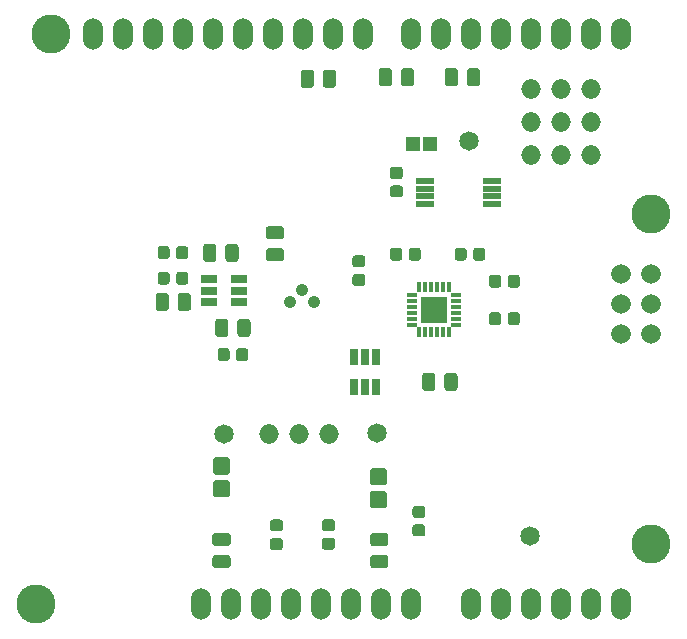
<source format=gts>
G04 #@! TF.GenerationSoftware,KiCad,Pcbnew,(5.1.5)-2*
G04 #@! TF.CreationDate,2020-04-29T22:29:47+05:00*
G04 #@! TF.ProjectId,interferometer,696e7465-7266-4657-926f-6d657465722e,1*
G04 #@! TF.SameCoordinates,Original*
G04 #@! TF.FileFunction,Soldermask,Top*
G04 #@! TF.FilePolarity,Negative*
%FSLAX46Y46*%
G04 Gerber Fmt 4.6, Leading zero omitted, Abs format (unit mm)*
G04 Created by KiCad (PCBNEW (5.1.5)-2) date 2020-04-29 22:29:47*
%MOMM*%
%LPD*%
G04 APERTURE LIST*
%ADD10C,1.664000*%
%ADD11O,1.664000X2.680000*%
%ADD12C,3.315000*%
%ADD13C,0.100000*%
%ADD14R,0.025400X0.025400*%
%ADD15R,2.160000X2.160000*%
%ADD16R,0.872800X0.364800*%
%ADD17R,0.364800X0.872800*%
%ADD18R,1.158799X1.158799*%
%ADD19R,1.340000X0.740000*%
%ADD20R,0.740000X1.340000*%
%ADD21C,1.640000*%
%ADD22R,1.613200X0.495600*%
%ADD23C,1.040000*%
%ADD24O,1.664000X1.664000*%
G04 APERTURE END LIST*
D10*
X182206173Y-99230349D03*
X179666173Y-99230349D03*
X182206173Y-96690349D03*
X179666173Y-96690349D03*
X182206173Y-94150349D03*
X179666173Y-94150349D03*
D11*
X144106173Y-122090349D03*
X146646173Y-122090349D03*
X134962173Y-73830349D03*
X137502173Y-73830349D03*
D12*
X130136173Y-122090349D03*
X131406173Y-73830349D03*
X182206173Y-89070349D03*
X182206173Y-117010349D03*
D11*
X154266173Y-122090349D03*
X140042173Y-73830349D03*
X142582173Y-73830349D03*
X145122173Y-73830349D03*
X147662173Y-73830349D03*
X150202173Y-73830349D03*
X152742173Y-73830349D03*
X155282173Y-73830349D03*
X157822173Y-73830349D03*
X161886173Y-73830349D03*
X164426173Y-73830349D03*
X166966173Y-73830349D03*
X169506173Y-73830349D03*
X172046173Y-73830349D03*
X174586173Y-73830349D03*
X177126173Y-73830349D03*
X179666173Y-73830349D03*
X149186173Y-122090349D03*
X151726173Y-122090349D03*
X156806173Y-122090349D03*
X159346173Y-122090349D03*
X161886173Y-122090349D03*
X172046173Y-122090349D03*
X169506173Y-122090349D03*
X166966173Y-122090349D03*
X174586173Y-122090349D03*
X177126173Y-122090349D03*
X179666173Y-122090349D03*
D13*
G36*
X160908122Y-91912222D02*
G01*
X160932754Y-91915876D01*
X160956910Y-91921926D01*
X160980356Y-91930316D01*
X161002867Y-91940962D01*
X161024226Y-91953765D01*
X161044227Y-91968599D01*
X161062678Y-91985322D01*
X161079401Y-92003773D01*
X161094235Y-92023774D01*
X161107038Y-92045133D01*
X161117684Y-92067644D01*
X161126074Y-92091090D01*
X161132124Y-92115246D01*
X161135778Y-92139878D01*
X161137000Y-92164750D01*
X161137000Y-92747250D01*
X161135778Y-92772122D01*
X161132124Y-92796754D01*
X161126074Y-92820910D01*
X161117684Y-92844356D01*
X161107038Y-92866867D01*
X161094235Y-92888226D01*
X161079401Y-92908227D01*
X161062678Y-92926678D01*
X161044227Y-92943401D01*
X161024226Y-92958235D01*
X161002867Y-92971038D01*
X160980356Y-92981684D01*
X160956910Y-92990074D01*
X160932754Y-92996124D01*
X160908122Y-92999778D01*
X160883250Y-93001000D01*
X160375750Y-93001000D01*
X160350878Y-92999778D01*
X160326246Y-92996124D01*
X160302090Y-92990074D01*
X160278644Y-92981684D01*
X160256133Y-92971038D01*
X160234774Y-92958235D01*
X160214773Y-92943401D01*
X160196322Y-92926678D01*
X160179599Y-92908227D01*
X160164765Y-92888226D01*
X160151962Y-92866867D01*
X160141316Y-92844356D01*
X160132926Y-92820910D01*
X160126876Y-92796754D01*
X160123222Y-92772122D01*
X160122000Y-92747250D01*
X160122000Y-92164750D01*
X160123222Y-92139878D01*
X160126876Y-92115246D01*
X160132926Y-92091090D01*
X160141316Y-92067644D01*
X160151962Y-92045133D01*
X160164765Y-92023774D01*
X160179599Y-92003773D01*
X160196322Y-91985322D01*
X160214773Y-91968599D01*
X160234774Y-91953765D01*
X160256133Y-91940962D01*
X160278644Y-91930316D01*
X160302090Y-91921926D01*
X160326246Y-91915876D01*
X160350878Y-91912222D01*
X160375750Y-91911000D01*
X160883250Y-91911000D01*
X160908122Y-91912222D01*
G37*
G36*
X162483122Y-91912222D02*
G01*
X162507754Y-91915876D01*
X162531910Y-91921926D01*
X162555356Y-91930316D01*
X162577867Y-91940962D01*
X162599226Y-91953765D01*
X162619227Y-91968599D01*
X162637678Y-91985322D01*
X162654401Y-92003773D01*
X162669235Y-92023774D01*
X162682038Y-92045133D01*
X162692684Y-92067644D01*
X162701074Y-92091090D01*
X162707124Y-92115246D01*
X162710778Y-92139878D01*
X162712000Y-92164750D01*
X162712000Y-92747250D01*
X162710778Y-92772122D01*
X162707124Y-92796754D01*
X162701074Y-92820910D01*
X162692684Y-92844356D01*
X162682038Y-92866867D01*
X162669235Y-92888226D01*
X162654401Y-92908227D01*
X162637678Y-92926678D01*
X162619227Y-92943401D01*
X162599226Y-92958235D01*
X162577867Y-92971038D01*
X162555356Y-92981684D01*
X162531910Y-92990074D01*
X162507754Y-92996124D01*
X162483122Y-92999778D01*
X162458250Y-93001000D01*
X161950750Y-93001000D01*
X161925878Y-92999778D01*
X161901246Y-92996124D01*
X161877090Y-92990074D01*
X161853644Y-92981684D01*
X161831133Y-92971038D01*
X161809774Y-92958235D01*
X161789773Y-92943401D01*
X161771322Y-92926678D01*
X161754599Y-92908227D01*
X161739765Y-92888226D01*
X161726962Y-92866867D01*
X161716316Y-92844356D01*
X161707926Y-92820910D01*
X161701876Y-92796754D01*
X161698222Y-92772122D01*
X161697000Y-92747250D01*
X161697000Y-92164750D01*
X161698222Y-92139878D01*
X161701876Y-92115246D01*
X161707926Y-92091090D01*
X161716316Y-92067644D01*
X161726962Y-92045133D01*
X161739765Y-92023774D01*
X161754599Y-92003773D01*
X161771322Y-91985322D01*
X161789773Y-91968599D01*
X161809774Y-91953765D01*
X161831133Y-91940962D01*
X161853644Y-91930316D01*
X161877090Y-91921926D01*
X161901246Y-91915876D01*
X161925878Y-91912222D01*
X161950750Y-91911000D01*
X162458250Y-91911000D01*
X162483122Y-91912222D01*
G37*
G36*
X170865122Y-97373222D02*
G01*
X170889754Y-97376876D01*
X170913910Y-97382926D01*
X170937356Y-97391316D01*
X170959867Y-97401962D01*
X170981226Y-97414765D01*
X171001227Y-97429599D01*
X171019678Y-97446322D01*
X171036401Y-97464773D01*
X171051235Y-97484774D01*
X171064038Y-97506133D01*
X171074684Y-97528644D01*
X171083074Y-97552090D01*
X171089124Y-97576246D01*
X171092778Y-97600878D01*
X171094000Y-97625750D01*
X171094000Y-98208250D01*
X171092778Y-98233122D01*
X171089124Y-98257754D01*
X171083074Y-98281910D01*
X171074684Y-98305356D01*
X171064038Y-98327867D01*
X171051235Y-98349226D01*
X171036401Y-98369227D01*
X171019678Y-98387678D01*
X171001227Y-98404401D01*
X170981226Y-98419235D01*
X170959867Y-98432038D01*
X170937356Y-98442684D01*
X170913910Y-98451074D01*
X170889754Y-98457124D01*
X170865122Y-98460778D01*
X170840250Y-98462000D01*
X170332750Y-98462000D01*
X170307878Y-98460778D01*
X170283246Y-98457124D01*
X170259090Y-98451074D01*
X170235644Y-98442684D01*
X170213133Y-98432038D01*
X170191774Y-98419235D01*
X170171773Y-98404401D01*
X170153322Y-98387678D01*
X170136599Y-98369227D01*
X170121765Y-98349226D01*
X170108962Y-98327867D01*
X170098316Y-98305356D01*
X170089926Y-98281910D01*
X170083876Y-98257754D01*
X170080222Y-98233122D01*
X170079000Y-98208250D01*
X170079000Y-97625750D01*
X170080222Y-97600878D01*
X170083876Y-97576246D01*
X170089926Y-97552090D01*
X170098316Y-97528644D01*
X170108962Y-97506133D01*
X170121765Y-97484774D01*
X170136599Y-97464773D01*
X170153322Y-97446322D01*
X170171773Y-97429599D01*
X170191774Y-97414765D01*
X170213133Y-97401962D01*
X170235644Y-97391316D01*
X170259090Y-97382926D01*
X170283246Y-97376876D01*
X170307878Y-97373222D01*
X170332750Y-97372000D01*
X170840250Y-97372000D01*
X170865122Y-97373222D01*
G37*
G36*
X169290122Y-97373222D02*
G01*
X169314754Y-97376876D01*
X169338910Y-97382926D01*
X169362356Y-97391316D01*
X169384867Y-97401962D01*
X169406226Y-97414765D01*
X169426227Y-97429599D01*
X169444678Y-97446322D01*
X169461401Y-97464773D01*
X169476235Y-97484774D01*
X169489038Y-97506133D01*
X169499684Y-97528644D01*
X169508074Y-97552090D01*
X169514124Y-97576246D01*
X169517778Y-97600878D01*
X169519000Y-97625750D01*
X169519000Y-98208250D01*
X169517778Y-98233122D01*
X169514124Y-98257754D01*
X169508074Y-98281910D01*
X169499684Y-98305356D01*
X169489038Y-98327867D01*
X169476235Y-98349226D01*
X169461401Y-98369227D01*
X169444678Y-98387678D01*
X169426227Y-98404401D01*
X169406226Y-98419235D01*
X169384867Y-98432038D01*
X169362356Y-98442684D01*
X169338910Y-98451074D01*
X169314754Y-98457124D01*
X169290122Y-98460778D01*
X169265250Y-98462000D01*
X168757750Y-98462000D01*
X168732878Y-98460778D01*
X168708246Y-98457124D01*
X168684090Y-98451074D01*
X168660644Y-98442684D01*
X168638133Y-98432038D01*
X168616774Y-98419235D01*
X168596773Y-98404401D01*
X168578322Y-98387678D01*
X168561599Y-98369227D01*
X168546765Y-98349226D01*
X168533962Y-98327867D01*
X168523316Y-98305356D01*
X168514926Y-98281910D01*
X168508876Y-98257754D01*
X168505222Y-98233122D01*
X168504000Y-98208250D01*
X168504000Y-97625750D01*
X168505222Y-97600878D01*
X168508876Y-97576246D01*
X168514926Y-97552090D01*
X168523316Y-97528644D01*
X168533962Y-97506133D01*
X168546765Y-97484774D01*
X168561599Y-97464773D01*
X168578322Y-97446322D01*
X168596773Y-97429599D01*
X168616774Y-97414765D01*
X168638133Y-97401962D01*
X168660644Y-97391316D01*
X168684090Y-97382926D01*
X168708246Y-97376876D01*
X168732878Y-97373222D01*
X168757750Y-97372000D01*
X169265250Y-97372000D01*
X169290122Y-97373222D01*
G37*
G36*
X167944122Y-91912222D02*
G01*
X167968754Y-91915876D01*
X167992910Y-91921926D01*
X168016356Y-91930316D01*
X168038867Y-91940962D01*
X168060226Y-91953765D01*
X168080227Y-91968599D01*
X168098678Y-91985322D01*
X168115401Y-92003773D01*
X168130235Y-92023774D01*
X168143038Y-92045133D01*
X168153684Y-92067644D01*
X168162074Y-92091090D01*
X168168124Y-92115246D01*
X168171778Y-92139878D01*
X168173000Y-92164750D01*
X168173000Y-92747250D01*
X168171778Y-92772122D01*
X168168124Y-92796754D01*
X168162074Y-92820910D01*
X168153684Y-92844356D01*
X168143038Y-92866867D01*
X168130235Y-92888226D01*
X168115401Y-92908227D01*
X168098678Y-92926678D01*
X168080227Y-92943401D01*
X168060226Y-92958235D01*
X168038867Y-92971038D01*
X168016356Y-92981684D01*
X167992910Y-92990074D01*
X167968754Y-92996124D01*
X167944122Y-92999778D01*
X167919250Y-93001000D01*
X167411750Y-93001000D01*
X167386878Y-92999778D01*
X167362246Y-92996124D01*
X167338090Y-92990074D01*
X167314644Y-92981684D01*
X167292133Y-92971038D01*
X167270774Y-92958235D01*
X167250773Y-92943401D01*
X167232322Y-92926678D01*
X167215599Y-92908227D01*
X167200765Y-92888226D01*
X167187962Y-92866867D01*
X167177316Y-92844356D01*
X167168926Y-92820910D01*
X167162876Y-92796754D01*
X167159222Y-92772122D01*
X167158000Y-92747250D01*
X167158000Y-92164750D01*
X167159222Y-92139878D01*
X167162876Y-92115246D01*
X167168926Y-92091090D01*
X167177316Y-92067644D01*
X167187962Y-92045133D01*
X167200765Y-92023774D01*
X167215599Y-92003773D01*
X167232322Y-91985322D01*
X167250773Y-91968599D01*
X167270774Y-91953765D01*
X167292133Y-91940962D01*
X167314644Y-91930316D01*
X167338090Y-91921926D01*
X167362246Y-91915876D01*
X167386878Y-91912222D01*
X167411750Y-91911000D01*
X167919250Y-91911000D01*
X167944122Y-91912222D01*
G37*
G36*
X166369122Y-91912222D02*
G01*
X166393754Y-91915876D01*
X166417910Y-91921926D01*
X166441356Y-91930316D01*
X166463867Y-91940962D01*
X166485226Y-91953765D01*
X166505227Y-91968599D01*
X166523678Y-91985322D01*
X166540401Y-92003773D01*
X166555235Y-92023774D01*
X166568038Y-92045133D01*
X166578684Y-92067644D01*
X166587074Y-92091090D01*
X166593124Y-92115246D01*
X166596778Y-92139878D01*
X166598000Y-92164750D01*
X166598000Y-92747250D01*
X166596778Y-92772122D01*
X166593124Y-92796754D01*
X166587074Y-92820910D01*
X166578684Y-92844356D01*
X166568038Y-92866867D01*
X166555235Y-92888226D01*
X166540401Y-92908227D01*
X166523678Y-92926678D01*
X166505227Y-92943401D01*
X166485226Y-92958235D01*
X166463867Y-92971038D01*
X166441356Y-92981684D01*
X166417910Y-92990074D01*
X166393754Y-92996124D01*
X166369122Y-92999778D01*
X166344250Y-93001000D01*
X165836750Y-93001000D01*
X165811878Y-92999778D01*
X165787246Y-92996124D01*
X165763090Y-92990074D01*
X165739644Y-92981684D01*
X165717133Y-92971038D01*
X165695774Y-92958235D01*
X165675773Y-92943401D01*
X165657322Y-92926678D01*
X165640599Y-92908227D01*
X165625765Y-92888226D01*
X165612962Y-92866867D01*
X165602316Y-92844356D01*
X165593926Y-92820910D01*
X165587876Y-92796754D01*
X165584222Y-92772122D01*
X165583000Y-92747250D01*
X165583000Y-92164750D01*
X165584222Y-92139878D01*
X165587876Y-92115246D01*
X165593926Y-92091090D01*
X165602316Y-92067644D01*
X165612962Y-92045133D01*
X165625765Y-92023774D01*
X165640599Y-92003773D01*
X165657322Y-91985322D01*
X165675773Y-91968599D01*
X165695774Y-91953765D01*
X165717133Y-91940962D01*
X165739644Y-91930316D01*
X165763090Y-91921926D01*
X165787246Y-91915876D01*
X165811878Y-91912222D01*
X165836750Y-91911000D01*
X166344250Y-91911000D01*
X166369122Y-91912222D01*
G37*
G36*
X157796122Y-92559222D02*
G01*
X157820754Y-92562876D01*
X157844910Y-92568926D01*
X157868356Y-92577316D01*
X157890867Y-92587962D01*
X157912226Y-92600765D01*
X157932227Y-92615599D01*
X157950678Y-92632322D01*
X157967401Y-92650773D01*
X157982235Y-92670774D01*
X157995038Y-92692133D01*
X158005684Y-92714644D01*
X158014074Y-92738090D01*
X158020124Y-92762246D01*
X158023778Y-92786878D01*
X158025000Y-92811750D01*
X158025000Y-93319250D01*
X158023778Y-93344122D01*
X158020124Y-93368754D01*
X158014074Y-93392910D01*
X158005684Y-93416356D01*
X157995038Y-93438867D01*
X157982235Y-93460226D01*
X157967401Y-93480227D01*
X157950678Y-93498678D01*
X157932227Y-93515401D01*
X157912226Y-93530235D01*
X157890867Y-93543038D01*
X157868356Y-93553684D01*
X157844910Y-93562074D01*
X157820754Y-93568124D01*
X157796122Y-93571778D01*
X157771250Y-93573000D01*
X157188750Y-93573000D01*
X157163878Y-93571778D01*
X157139246Y-93568124D01*
X157115090Y-93562074D01*
X157091644Y-93553684D01*
X157069133Y-93543038D01*
X157047774Y-93530235D01*
X157027773Y-93515401D01*
X157009322Y-93498678D01*
X156992599Y-93480227D01*
X156977765Y-93460226D01*
X156964962Y-93438867D01*
X156954316Y-93416356D01*
X156945926Y-93392910D01*
X156939876Y-93368754D01*
X156936222Y-93344122D01*
X156935000Y-93319250D01*
X156935000Y-92811750D01*
X156936222Y-92786878D01*
X156939876Y-92762246D01*
X156945926Y-92738090D01*
X156954316Y-92714644D01*
X156964962Y-92692133D01*
X156977765Y-92670774D01*
X156992599Y-92650773D01*
X157009322Y-92632322D01*
X157027773Y-92615599D01*
X157047774Y-92600765D01*
X157069133Y-92587962D01*
X157091644Y-92577316D01*
X157115090Y-92568926D01*
X157139246Y-92562876D01*
X157163878Y-92559222D01*
X157188750Y-92558000D01*
X157771250Y-92558000D01*
X157796122Y-92559222D01*
G37*
G36*
X157796122Y-94134222D02*
G01*
X157820754Y-94137876D01*
X157844910Y-94143926D01*
X157868356Y-94152316D01*
X157890867Y-94162962D01*
X157912226Y-94175765D01*
X157932227Y-94190599D01*
X157950678Y-94207322D01*
X157967401Y-94225773D01*
X157982235Y-94245774D01*
X157995038Y-94267133D01*
X158005684Y-94289644D01*
X158014074Y-94313090D01*
X158020124Y-94337246D01*
X158023778Y-94361878D01*
X158025000Y-94386750D01*
X158025000Y-94894250D01*
X158023778Y-94919122D01*
X158020124Y-94943754D01*
X158014074Y-94967910D01*
X158005684Y-94991356D01*
X157995038Y-95013867D01*
X157982235Y-95035226D01*
X157967401Y-95055227D01*
X157950678Y-95073678D01*
X157932227Y-95090401D01*
X157912226Y-95105235D01*
X157890867Y-95118038D01*
X157868356Y-95128684D01*
X157844910Y-95137074D01*
X157820754Y-95143124D01*
X157796122Y-95146778D01*
X157771250Y-95148000D01*
X157188750Y-95148000D01*
X157163878Y-95146778D01*
X157139246Y-95143124D01*
X157115090Y-95137074D01*
X157091644Y-95128684D01*
X157069133Y-95118038D01*
X157047774Y-95105235D01*
X157027773Y-95090401D01*
X157009322Y-95073678D01*
X156992599Y-95055227D01*
X156977765Y-95035226D01*
X156964962Y-95013867D01*
X156954316Y-94991356D01*
X156945926Y-94967910D01*
X156939876Y-94943754D01*
X156936222Y-94919122D01*
X156935000Y-94894250D01*
X156935000Y-94386750D01*
X156936222Y-94361878D01*
X156939876Y-94337246D01*
X156945926Y-94313090D01*
X156954316Y-94289644D01*
X156964962Y-94267133D01*
X156977765Y-94245774D01*
X156992599Y-94225773D01*
X157009322Y-94207322D01*
X157027773Y-94190599D01*
X157047774Y-94175765D01*
X157069133Y-94162962D01*
X157091644Y-94152316D01*
X157115090Y-94143926D01*
X157139246Y-94137876D01*
X157163878Y-94134222D01*
X157188750Y-94133000D01*
X157771250Y-94133000D01*
X157796122Y-94134222D01*
G37*
G36*
X170865122Y-94198222D02*
G01*
X170889754Y-94201876D01*
X170913910Y-94207926D01*
X170937356Y-94216316D01*
X170959867Y-94226962D01*
X170981226Y-94239765D01*
X171001227Y-94254599D01*
X171019678Y-94271322D01*
X171036401Y-94289773D01*
X171051235Y-94309774D01*
X171064038Y-94331133D01*
X171074684Y-94353644D01*
X171083074Y-94377090D01*
X171089124Y-94401246D01*
X171092778Y-94425878D01*
X171094000Y-94450750D01*
X171094000Y-95033250D01*
X171092778Y-95058122D01*
X171089124Y-95082754D01*
X171083074Y-95106910D01*
X171074684Y-95130356D01*
X171064038Y-95152867D01*
X171051235Y-95174226D01*
X171036401Y-95194227D01*
X171019678Y-95212678D01*
X171001227Y-95229401D01*
X170981226Y-95244235D01*
X170959867Y-95257038D01*
X170937356Y-95267684D01*
X170913910Y-95276074D01*
X170889754Y-95282124D01*
X170865122Y-95285778D01*
X170840250Y-95287000D01*
X170332750Y-95287000D01*
X170307878Y-95285778D01*
X170283246Y-95282124D01*
X170259090Y-95276074D01*
X170235644Y-95267684D01*
X170213133Y-95257038D01*
X170191774Y-95244235D01*
X170171773Y-95229401D01*
X170153322Y-95212678D01*
X170136599Y-95194227D01*
X170121765Y-95174226D01*
X170108962Y-95152867D01*
X170098316Y-95130356D01*
X170089926Y-95106910D01*
X170083876Y-95082754D01*
X170080222Y-95058122D01*
X170079000Y-95033250D01*
X170079000Y-94450750D01*
X170080222Y-94425878D01*
X170083876Y-94401246D01*
X170089926Y-94377090D01*
X170098316Y-94353644D01*
X170108962Y-94331133D01*
X170121765Y-94309774D01*
X170136599Y-94289773D01*
X170153322Y-94271322D01*
X170171773Y-94254599D01*
X170191774Y-94239765D01*
X170213133Y-94226962D01*
X170235644Y-94216316D01*
X170259090Y-94207926D01*
X170283246Y-94201876D01*
X170307878Y-94198222D01*
X170332750Y-94197000D01*
X170840250Y-94197000D01*
X170865122Y-94198222D01*
G37*
G36*
X169290122Y-94198222D02*
G01*
X169314754Y-94201876D01*
X169338910Y-94207926D01*
X169362356Y-94216316D01*
X169384867Y-94226962D01*
X169406226Y-94239765D01*
X169426227Y-94254599D01*
X169444678Y-94271322D01*
X169461401Y-94289773D01*
X169476235Y-94309774D01*
X169489038Y-94331133D01*
X169499684Y-94353644D01*
X169508074Y-94377090D01*
X169514124Y-94401246D01*
X169517778Y-94425878D01*
X169519000Y-94450750D01*
X169519000Y-95033250D01*
X169517778Y-95058122D01*
X169514124Y-95082754D01*
X169508074Y-95106910D01*
X169499684Y-95130356D01*
X169489038Y-95152867D01*
X169476235Y-95174226D01*
X169461401Y-95194227D01*
X169444678Y-95212678D01*
X169426227Y-95229401D01*
X169406226Y-95244235D01*
X169384867Y-95257038D01*
X169362356Y-95267684D01*
X169338910Y-95276074D01*
X169314754Y-95282124D01*
X169290122Y-95285778D01*
X169265250Y-95287000D01*
X168757750Y-95287000D01*
X168732878Y-95285778D01*
X168708246Y-95282124D01*
X168684090Y-95276074D01*
X168660644Y-95267684D01*
X168638133Y-95257038D01*
X168616774Y-95244235D01*
X168596773Y-95229401D01*
X168578322Y-95212678D01*
X168561599Y-95194227D01*
X168546765Y-95174226D01*
X168533962Y-95152867D01*
X168523316Y-95130356D01*
X168514926Y-95106910D01*
X168508876Y-95082754D01*
X168505222Y-95058122D01*
X168504000Y-95033250D01*
X168504000Y-94450750D01*
X168505222Y-94425878D01*
X168508876Y-94401246D01*
X168514926Y-94377090D01*
X168523316Y-94353644D01*
X168533962Y-94331133D01*
X168546765Y-94309774D01*
X168561599Y-94289773D01*
X168578322Y-94271322D01*
X168596773Y-94254599D01*
X168616774Y-94239765D01*
X168638133Y-94226962D01*
X168660644Y-94216316D01*
X168684090Y-94207926D01*
X168708246Y-94201876D01*
X168732878Y-94198222D01*
X168757750Y-94197000D01*
X169265250Y-94197000D01*
X169290122Y-94198222D01*
G37*
G36*
X142798122Y-91785222D02*
G01*
X142822754Y-91788876D01*
X142846910Y-91794926D01*
X142870356Y-91803316D01*
X142892867Y-91813962D01*
X142914226Y-91826765D01*
X142934227Y-91841599D01*
X142952678Y-91858322D01*
X142969401Y-91876773D01*
X142984235Y-91896774D01*
X142997038Y-91918133D01*
X143007684Y-91940644D01*
X143016074Y-91964090D01*
X143022124Y-91988246D01*
X143025778Y-92012878D01*
X143027000Y-92037750D01*
X143027000Y-92620250D01*
X143025778Y-92645122D01*
X143022124Y-92669754D01*
X143016074Y-92693910D01*
X143007684Y-92717356D01*
X142997038Y-92739867D01*
X142984235Y-92761226D01*
X142969401Y-92781227D01*
X142952678Y-92799678D01*
X142934227Y-92816401D01*
X142914226Y-92831235D01*
X142892867Y-92844038D01*
X142870356Y-92854684D01*
X142846910Y-92863074D01*
X142822754Y-92869124D01*
X142798122Y-92872778D01*
X142773250Y-92874000D01*
X142265750Y-92874000D01*
X142240878Y-92872778D01*
X142216246Y-92869124D01*
X142192090Y-92863074D01*
X142168644Y-92854684D01*
X142146133Y-92844038D01*
X142124774Y-92831235D01*
X142104773Y-92816401D01*
X142086322Y-92799678D01*
X142069599Y-92781227D01*
X142054765Y-92761226D01*
X142041962Y-92739867D01*
X142031316Y-92717356D01*
X142022926Y-92693910D01*
X142016876Y-92669754D01*
X142013222Y-92645122D01*
X142012000Y-92620250D01*
X142012000Y-92037750D01*
X142013222Y-92012878D01*
X142016876Y-91988246D01*
X142022926Y-91964090D01*
X142031316Y-91940644D01*
X142041962Y-91918133D01*
X142054765Y-91896774D01*
X142069599Y-91876773D01*
X142086322Y-91858322D01*
X142104773Y-91841599D01*
X142124774Y-91826765D01*
X142146133Y-91813962D01*
X142168644Y-91803316D01*
X142192090Y-91794926D01*
X142216246Y-91788876D01*
X142240878Y-91785222D01*
X142265750Y-91784000D01*
X142773250Y-91784000D01*
X142798122Y-91785222D01*
G37*
G36*
X141223122Y-91785222D02*
G01*
X141247754Y-91788876D01*
X141271910Y-91794926D01*
X141295356Y-91803316D01*
X141317867Y-91813962D01*
X141339226Y-91826765D01*
X141359227Y-91841599D01*
X141377678Y-91858322D01*
X141394401Y-91876773D01*
X141409235Y-91896774D01*
X141422038Y-91918133D01*
X141432684Y-91940644D01*
X141441074Y-91964090D01*
X141447124Y-91988246D01*
X141450778Y-92012878D01*
X141452000Y-92037750D01*
X141452000Y-92620250D01*
X141450778Y-92645122D01*
X141447124Y-92669754D01*
X141441074Y-92693910D01*
X141432684Y-92717356D01*
X141422038Y-92739867D01*
X141409235Y-92761226D01*
X141394401Y-92781227D01*
X141377678Y-92799678D01*
X141359227Y-92816401D01*
X141339226Y-92831235D01*
X141317867Y-92844038D01*
X141295356Y-92854684D01*
X141271910Y-92863074D01*
X141247754Y-92869124D01*
X141223122Y-92872778D01*
X141198250Y-92874000D01*
X140690750Y-92874000D01*
X140665878Y-92872778D01*
X140641246Y-92869124D01*
X140617090Y-92863074D01*
X140593644Y-92854684D01*
X140571133Y-92844038D01*
X140549774Y-92831235D01*
X140529773Y-92816401D01*
X140511322Y-92799678D01*
X140494599Y-92781227D01*
X140479765Y-92761226D01*
X140466962Y-92739867D01*
X140456316Y-92717356D01*
X140447926Y-92693910D01*
X140441876Y-92669754D01*
X140438222Y-92645122D01*
X140437000Y-92620250D01*
X140437000Y-92037750D01*
X140438222Y-92012878D01*
X140441876Y-91988246D01*
X140447926Y-91964090D01*
X140456316Y-91940644D01*
X140466962Y-91918133D01*
X140479765Y-91896774D01*
X140494599Y-91876773D01*
X140511322Y-91858322D01*
X140529773Y-91841599D01*
X140549774Y-91826765D01*
X140571133Y-91813962D01*
X140593644Y-91803316D01*
X140617090Y-91794926D01*
X140641246Y-91788876D01*
X140665878Y-91785222D01*
X140690750Y-91784000D01*
X141198250Y-91784000D01*
X141223122Y-91785222D01*
G37*
G36*
X162876122Y-115343222D02*
G01*
X162900754Y-115346876D01*
X162924910Y-115352926D01*
X162948356Y-115361316D01*
X162970867Y-115371962D01*
X162992226Y-115384765D01*
X163012227Y-115399599D01*
X163030678Y-115416322D01*
X163047401Y-115434773D01*
X163062235Y-115454774D01*
X163075038Y-115476133D01*
X163085684Y-115498644D01*
X163094074Y-115522090D01*
X163100124Y-115546246D01*
X163103778Y-115570878D01*
X163105000Y-115595750D01*
X163105000Y-116103250D01*
X163103778Y-116128122D01*
X163100124Y-116152754D01*
X163094074Y-116176910D01*
X163085684Y-116200356D01*
X163075038Y-116222867D01*
X163062235Y-116244226D01*
X163047401Y-116264227D01*
X163030678Y-116282678D01*
X163012227Y-116299401D01*
X162992226Y-116314235D01*
X162970867Y-116327038D01*
X162948356Y-116337684D01*
X162924910Y-116346074D01*
X162900754Y-116352124D01*
X162876122Y-116355778D01*
X162851250Y-116357000D01*
X162268750Y-116357000D01*
X162243878Y-116355778D01*
X162219246Y-116352124D01*
X162195090Y-116346074D01*
X162171644Y-116337684D01*
X162149133Y-116327038D01*
X162127774Y-116314235D01*
X162107773Y-116299401D01*
X162089322Y-116282678D01*
X162072599Y-116264227D01*
X162057765Y-116244226D01*
X162044962Y-116222867D01*
X162034316Y-116200356D01*
X162025926Y-116176910D01*
X162019876Y-116152754D01*
X162016222Y-116128122D01*
X162015000Y-116103250D01*
X162015000Y-115595750D01*
X162016222Y-115570878D01*
X162019876Y-115546246D01*
X162025926Y-115522090D01*
X162034316Y-115498644D01*
X162044962Y-115476133D01*
X162057765Y-115454774D01*
X162072599Y-115434773D01*
X162089322Y-115416322D01*
X162107773Y-115399599D01*
X162127774Y-115384765D01*
X162149133Y-115371962D01*
X162171644Y-115361316D01*
X162195090Y-115352926D01*
X162219246Y-115346876D01*
X162243878Y-115343222D01*
X162268750Y-115342000D01*
X162851250Y-115342000D01*
X162876122Y-115343222D01*
G37*
G36*
X162876122Y-113768222D02*
G01*
X162900754Y-113771876D01*
X162924910Y-113777926D01*
X162948356Y-113786316D01*
X162970867Y-113796962D01*
X162992226Y-113809765D01*
X163012227Y-113824599D01*
X163030678Y-113841322D01*
X163047401Y-113859773D01*
X163062235Y-113879774D01*
X163075038Y-113901133D01*
X163085684Y-113923644D01*
X163094074Y-113947090D01*
X163100124Y-113971246D01*
X163103778Y-113995878D01*
X163105000Y-114020750D01*
X163105000Y-114528250D01*
X163103778Y-114553122D01*
X163100124Y-114577754D01*
X163094074Y-114601910D01*
X163085684Y-114625356D01*
X163075038Y-114647867D01*
X163062235Y-114669226D01*
X163047401Y-114689227D01*
X163030678Y-114707678D01*
X163012227Y-114724401D01*
X162992226Y-114739235D01*
X162970867Y-114752038D01*
X162948356Y-114762684D01*
X162924910Y-114771074D01*
X162900754Y-114777124D01*
X162876122Y-114780778D01*
X162851250Y-114782000D01*
X162268750Y-114782000D01*
X162243878Y-114780778D01*
X162219246Y-114777124D01*
X162195090Y-114771074D01*
X162171644Y-114762684D01*
X162149133Y-114752038D01*
X162127774Y-114739235D01*
X162107773Y-114724401D01*
X162089322Y-114707678D01*
X162072599Y-114689227D01*
X162057765Y-114669226D01*
X162044962Y-114647867D01*
X162034316Y-114625356D01*
X162025926Y-114601910D01*
X162019876Y-114577754D01*
X162016222Y-114553122D01*
X162015000Y-114528250D01*
X162015000Y-114020750D01*
X162016222Y-113995878D01*
X162019876Y-113971246D01*
X162025926Y-113947090D01*
X162034316Y-113923644D01*
X162044962Y-113901133D01*
X162057765Y-113879774D01*
X162072599Y-113859773D01*
X162089322Y-113841322D01*
X162107773Y-113824599D01*
X162127774Y-113809765D01*
X162149133Y-113796962D01*
X162171644Y-113786316D01*
X162195090Y-113777926D01*
X162219246Y-113771876D01*
X162243878Y-113768222D01*
X162268750Y-113767000D01*
X162851250Y-113767000D01*
X162876122Y-113768222D01*
G37*
G36*
X150811122Y-116493722D02*
G01*
X150835754Y-116497376D01*
X150859910Y-116503426D01*
X150883356Y-116511816D01*
X150905867Y-116522462D01*
X150927226Y-116535265D01*
X150947227Y-116550099D01*
X150965678Y-116566822D01*
X150982401Y-116585273D01*
X150997235Y-116605274D01*
X151010038Y-116626633D01*
X151020684Y-116649144D01*
X151029074Y-116672590D01*
X151035124Y-116696746D01*
X151038778Y-116721378D01*
X151040000Y-116746250D01*
X151040000Y-117253750D01*
X151038778Y-117278622D01*
X151035124Y-117303254D01*
X151029074Y-117327410D01*
X151020684Y-117350856D01*
X151010038Y-117373367D01*
X150997235Y-117394726D01*
X150982401Y-117414727D01*
X150965678Y-117433178D01*
X150947227Y-117449901D01*
X150927226Y-117464735D01*
X150905867Y-117477538D01*
X150883356Y-117488184D01*
X150859910Y-117496574D01*
X150835754Y-117502624D01*
X150811122Y-117506278D01*
X150786250Y-117507500D01*
X150203750Y-117507500D01*
X150178878Y-117506278D01*
X150154246Y-117502624D01*
X150130090Y-117496574D01*
X150106644Y-117488184D01*
X150084133Y-117477538D01*
X150062774Y-117464735D01*
X150042773Y-117449901D01*
X150024322Y-117433178D01*
X150007599Y-117414727D01*
X149992765Y-117394726D01*
X149979962Y-117373367D01*
X149969316Y-117350856D01*
X149960926Y-117327410D01*
X149954876Y-117303254D01*
X149951222Y-117278622D01*
X149950000Y-117253750D01*
X149950000Y-116746250D01*
X149951222Y-116721378D01*
X149954876Y-116696746D01*
X149960926Y-116672590D01*
X149969316Y-116649144D01*
X149979962Y-116626633D01*
X149992765Y-116605274D01*
X150007599Y-116585273D01*
X150024322Y-116566822D01*
X150042773Y-116550099D01*
X150062774Y-116535265D01*
X150084133Y-116522462D01*
X150106644Y-116511816D01*
X150130090Y-116503426D01*
X150154246Y-116497376D01*
X150178878Y-116493722D01*
X150203750Y-116492500D01*
X150786250Y-116492500D01*
X150811122Y-116493722D01*
G37*
G36*
X150811122Y-114918722D02*
G01*
X150835754Y-114922376D01*
X150859910Y-114928426D01*
X150883356Y-114936816D01*
X150905867Y-114947462D01*
X150927226Y-114960265D01*
X150947227Y-114975099D01*
X150965678Y-114991822D01*
X150982401Y-115010273D01*
X150997235Y-115030274D01*
X151010038Y-115051633D01*
X151020684Y-115074144D01*
X151029074Y-115097590D01*
X151035124Y-115121746D01*
X151038778Y-115146378D01*
X151040000Y-115171250D01*
X151040000Y-115678750D01*
X151038778Y-115703622D01*
X151035124Y-115728254D01*
X151029074Y-115752410D01*
X151020684Y-115775856D01*
X151010038Y-115798367D01*
X150997235Y-115819726D01*
X150982401Y-115839727D01*
X150965678Y-115858178D01*
X150947227Y-115874901D01*
X150927226Y-115889735D01*
X150905867Y-115902538D01*
X150883356Y-115913184D01*
X150859910Y-115921574D01*
X150835754Y-115927624D01*
X150811122Y-115931278D01*
X150786250Y-115932500D01*
X150203750Y-115932500D01*
X150178878Y-115931278D01*
X150154246Y-115927624D01*
X150130090Y-115921574D01*
X150106644Y-115913184D01*
X150084133Y-115902538D01*
X150062774Y-115889735D01*
X150042773Y-115874901D01*
X150024322Y-115858178D01*
X150007599Y-115839727D01*
X149992765Y-115819726D01*
X149979962Y-115798367D01*
X149969316Y-115775856D01*
X149960926Y-115752410D01*
X149954876Y-115728254D01*
X149951222Y-115703622D01*
X149950000Y-115678750D01*
X149950000Y-115171250D01*
X149951222Y-115146378D01*
X149954876Y-115121746D01*
X149960926Y-115097590D01*
X149969316Y-115074144D01*
X149979962Y-115051633D01*
X149992765Y-115030274D01*
X150007599Y-115010273D01*
X150024322Y-114991822D01*
X150042773Y-114975099D01*
X150062774Y-114960265D01*
X150084133Y-114947462D01*
X150106644Y-114936816D01*
X150130090Y-114928426D01*
X150154246Y-114922376D01*
X150178878Y-114918722D01*
X150203750Y-114917500D01*
X150786250Y-114917500D01*
X150811122Y-114918722D01*
G37*
G36*
X155216122Y-116468722D02*
G01*
X155240754Y-116472376D01*
X155264910Y-116478426D01*
X155288356Y-116486816D01*
X155310867Y-116497462D01*
X155332226Y-116510265D01*
X155352227Y-116525099D01*
X155370678Y-116541822D01*
X155387401Y-116560273D01*
X155402235Y-116580274D01*
X155415038Y-116601633D01*
X155425684Y-116624144D01*
X155434074Y-116647590D01*
X155440124Y-116671746D01*
X155443778Y-116696378D01*
X155445000Y-116721250D01*
X155445000Y-117228750D01*
X155443778Y-117253622D01*
X155440124Y-117278254D01*
X155434074Y-117302410D01*
X155425684Y-117325856D01*
X155415038Y-117348367D01*
X155402235Y-117369726D01*
X155387401Y-117389727D01*
X155370678Y-117408178D01*
X155352227Y-117424901D01*
X155332226Y-117439735D01*
X155310867Y-117452538D01*
X155288356Y-117463184D01*
X155264910Y-117471574D01*
X155240754Y-117477624D01*
X155216122Y-117481278D01*
X155191250Y-117482500D01*
X154608750Y-117482500D01*
X154583878Y-117481278D01*
X154559246Y-117477624D01*
X154535090Y-117471574D01*
X154511644Y-117463184D01*
X154489133Y-117452538D01*
X154467774Y-117439735D01*
X154447773Y-117424901D01*
X154429322Y-117408178D01*
X154412599Y-117389727D01*
X154397765Y-117369726D01*
X154384962Y-117348367D01*
X154374316Y-117325856D01*
X154365926Y-117302410D01*
X154359876Y-117278254D01*
X154356222Y-117253622D01*
X154355000Y-117228750D01*
X154355000Y-116721250D01*
X154356222Y-116696378D01*
X154359876Y-116671746D01*
X154365926Y-116647590D01*
X154374316Y-116624144D01*
X154384962Y-116601633D01*
X154397765Y-116580274D01*
X154412599Y-116560273D01*
X154429322Y-116541822D01*
X154447773Y-116525099D01*
X154467774Y-116510265D01*
X154489133Y-116497462D01*
X154511644Y-116486816D01*
X154535090Y-116478426D01*
X154559246Y-116472376D01*
X154583878Y-116468722D01*
X154608750Y-116467500D01*
X155191250Y-116467500D01*
X155216122Y-116468722D01*
G37*
G36*
X155216122Y-114893722D02*
G01*
X155240754Y-114897376D01*
X155264910Y-114903426D01*
X155288356Y-114911816D01*
X155310867Y-114922462D01*
X155332226Y-114935265D01*
X155352227Y-114950099D01*
X155370678Y-114966822D01*
X155387401Y-114985273D01*
X155402235Y-115005274D01*
X155415038Y-115026633D01*
X155425684Y-115049144D01*
X155434074Y-115072590D01*
X155440124Y-115096746D01*
X155443778Y-115121378D01*
X155445000Y-115146250D01*
X155445000Y-115653750D01*
X155443778Y-115678622D01*
X155440124Y-115703254D01*
X155434074Y-115727410D01*
X155425684Y-115750856D01*
X155415038Y-115773367D01*
X155402235Y-115794726D01*
X155387401Y-115814727D01*
X155370678Y-115833178D01*
X155352227Y-115849901D01*
X155332226Y-115864735D01*
X155310867Y-115877538D01*
X155288356Y-115888184D01*
X155264910Y-115896574D01*
X155240754Y-115902624D01*
X155216122Y-115906278D01*
X155191250Y-115907500D01*
X154608750Y-115907500D01*
X154583878Y-115906278D01*
X154559246Y-115902624D01*
X154535090Y-115896574D01*
X154511644Y-115888184D01*
X154489133Y-115877538D01*
X154467774Y-115864735D01*
X154447773Y-115849901D01*
X154429322Y-115833178D01*
X154412599Y-115814727D01*
X154397765Y-115794726D01*
X154384962Y-115773367D01*
X154374316Y-115750856D01*
X154365926Y-115727410D01*
X154359876Y-115703254D01*
X154356222Y-115678622D01*
X154355000Y-115653750D01*
X154355000Y-115146250D01*
X154356222Y-115121378D01*
X154359876Y-115096746D01*
X154365926Y-115072590D01*
X154374316Y-115049144D01*
X154384962Y-115026633D01*
X154397765Y-115005274D01*
X154412599Y-114985273D01*
X154429322Y-114966822D01*
X154447773Y-114950099D01*
X154467774Y-114935265D01*
X154489133Y-114922462D01*
X154511644Y-114911816D01*
X154535090Y-114903426D01*
X154559246Y-114897376D01*
X154583878Y-114893722D01*
X154608750Y-114892500D01*
X155191250Y-114892500D01*
X155216122Y-114893722D01*
G37*
G36*
X160971122Y-85066222D02*
G01*
X160995754Y-85069876D01*
X161019910Y-85075926D01*
X161043356Y-85084316D01*
X161065867Y-85094962D01*
X161087226Y-85107765D01*
X161107227Y-85122599D01*
X161125678Y-85139322D01*
X161142401Y-85157773D01*
X161157235Y-85177774D01*
X161170038Y-85199133D01*
X161180684Y-85221644D01*
X161189074Y-85245090D01*
X161195124Y-85269246D01*
X161198778Y-85293878D01*
X161200000Y-85318750D01*
X161200000Y-85826250D01*
X161198778Y-85851122D01*
X161195124Y-85875754D01*
X161189074Y-85899910D01*
X161180684Y-85923356D01*
X161170038Y-85945867D01*
X161157235Y-85967226D01*
X161142401Y-85987227D01*
X161125678Y-86005678D01*
X161107227Y-86022401D01*
X161087226Y-86037235D01*
X161065867Y-86050038D01*
X161043356Y-86060684D01*
X161019910Y-86069074D01*
X160995754Y-86075124D01*
X160971122Y-86078778D01*
X160946250Y-86080000D01*
X160363750Y-86080000D01*
X160338878Y-86078778D01*
X160314246Y-86075124D01*
X160290090Y-86069074D01*
X160266644Y-86060684D01*
X160244133Y-86050038D01*
X160222774Y-86037235D01*
X160202773Y-86022401D01*
X160184322Y-86005678D01*
X160167599Y-85987227D01*
X160152765Y-85967226D01*
X160139962Y-85945867D01*
X160129316Y-85923356D01*
X160120926Y-85899910D01*
X160114876Y-85875754D01*
X160111222Y-85851122D01*
X160110000Y-85826250D01*
X160110000Y-85318750D01*
X160111222Y-85293878D01*
X160114876Y-85269246D01*
X160120926Y-85245090D01*
X160129316Y-85221644D01*
X160139962Y-85199133D01*
X160152765Y-85177774D01*
X160167599Y-85157773D01*
X160184322Y-85139322D01*
X160202773Y-85122599D01*
X160222774Y-85107765D01*
X160244133Y-85094962D01*
X160266644Y-85084316D01*
X160290090Y-85075926D01*
X160314246Y-85069876D01*
X160338878Y-85066222D01*
X160363750Y-85065000D01*
X160946250Y-85065000D01*
X160971122Y-85066222D01*
G37*
G36*
X160971122Y-86641222D02*
G01*
X160995754Y-86644876D01*
X161019910Y-86650926D01*
X161043356Y-86659316D01*
X161065867Y-86669962D01*
X161087226Y-86682765D01*
X161107227Y-86697599D01*
X161125678Y-86714322D01*
X161142401Y-86732773D01*
X161157235Y-86752774D01*
X161170038Y-86774133D01*
X161180684Y-86796644D01*
X161189074Y-86820090D01*
X161195124Y-86844246D01*
X161198778Y-86868878D01*
X161200000Y-86893750D01*
X161200000Y-87401250D01*
X161198778Y-87426122D01*
X161195124Y-87450754D01*
X161189074Y-87474910D01*
X161180684Y-87498356D01*
X161170038Y-87520867D01*
X161157235Y-87542226D01*
X161142401Y-87562227D01*
X161125678Y-87580678D01*
X161107227Y-87597401D01*
X161087226Y-87612235D01*
X161065867Y-87625038D01*
X161043356Y-87635684D01*
X161019910Y-87644074D01*
X160995754Y-87650124D01*
X160971122Y-87653778D01*
X160946250Y-87655000D01*
X160363750Y-87655000D01*
X160338878Y-87653778D01*
X160314246Y-87650124D01*
X160290090Y-87644074D01*
X160266644Y-87635684D01*
X160244133Y-87625038D01*
X160222774Y-87612235D01*
X160202773Y-87597401D01*
X160184322Y-87580678D01*
X160167599Y-87562227D01*
X160152765Y-87542226D01*
X160139962Y-87520867D01*
X160129316Y-87498356D01*
X160120926Y-87474910D01*
X160114876Y-87450754D01*
X160111222Y-87426122D01*
X160110000Y-87401250D01*
X160110000Y-86893750D01*
X160111222Y-86868878D01*
X160114876Y-86844246D01*
X160120926Y-86820090D01*
X160129316Y-86796644D01*
X160139962Y-86774133D01*
X160152765Y-86752774D01*
X160167599Y-86732773D01*
X160184322Y-86714322D01*
X160202773Y-86697599D01*
X160222774Y-86682765D01*
X160244133Y-86669962D01*
X160266644Y-86659316D01*
X160290090Y-86650926D01*
X160314246Y-86644876D01*
X160338878Y-86641222D01*
X160363750Y-86640000D01*
X160946250Y-86640000D01*
X160971122Y-86641222D01*
G37*
G36*
X147878122Y-100421222D02*
G01*
X147902754Y-100424876D01*
X147926910Y-100430926D01*
X147950356Y-100439316D01*
X147972867Y-100449962D01*
X147994226Y-100462765D01*
X148014227Y-100477599D01*
X148032678Y-100494322D01*
X148049401Y-100512773D01*
X148064235Y-100532774D01*
X148077038Y-100554133D01*
X148087684Y-100576644D01*
X148096074Y-100600090D01*
X148102124Y-100624246D01*
X148105778Y-100648878D01*
X148107000Y-100673750D01*
X148107000Y-101256250D01*
X148105778Y-101281122D01*
X148102124Y-101305754D01*
X148096074Y-101329910D01*
X148087684Y-101353356D01*
X148077038Y-101375867D01*
X148064235Y-101397226D01*
X148049401Y-101417227D01*
X148032678Y-101435678D01*
X148014227Y-101452401D01*
X147994226Y-101467235D01*
X147972867Y-101480038D01*
X147950356Y-101490684D01*
X147926910Y-101499074D01*
X147902754Y-101505124D01*
X147878122Y-101508778D01*
X147853250Y-101510000D01*
X147345750Y-101510000D01*
X147320878Y-101508778D01*
X147296246Y-101505124D01*
X147272090Y-101499074D01*
X147248644Y-101490684D01*
X147226133Y-101480038D01*
X147204774Y-101467235D01*
X147184773Y-101452401D01*
X147166322Y-101435678D01*
X147149599Y-101417227D01*
X147134765Y-101397226D01*
X147121962Y-101375867D01*
X147111316Y-101353356D01*
X147102926Y-101329910D01*
X147096876Y-101305754D01*
X147093222Y-101281122D01*
X147092000Y-101256250D01*
X147092000Y-100673750D01*
X147093222Y-100648878D01*
X147096876Y-100624246D01*
X147102926Y-100600090D01*
X147111316Y-100576644D01*
X147121962Y-100554133D01*
X147134765Y-100532774D01*
X147149599Y-100512773D01*
X147166322Y-100494322D01*
X147184773Y-100477599D01*
X147204774Y-100462765D01*
X147226133Y-100449962D01*
X147248644Y-100439316D01*
X147272090Y-100430926D01*
X147296246Y-100424876D01*
X147320878Y-100421222D01*
X147345750Y-100420000D01*
X147853250Y-100420000D01*
X147878122Y-100421222D01*
G37*
G36*
X146303122Y-100421222D02*
G01*
X146327754Y-100424876D01*
X146351910Y-100430926D01*
X146375356Y-100439316D01*
X146397867Y-100449962D01*
X146419226Y-100462765D01*
X146439227Y-100477599D01*
X146457678Y-100494322D01*
X146474401Y-100512773D01*
X146489235Y-100532774D01*
X146502038Y-100554133D01*
X146512684Y-100576644D01*
X146521074Y-100600090D01*
X146527124Y-100624246D01*
X146530778Y-100648878D01*
X146532000Y-100673750D01*
X146532000Y-101256250D01*
X146530778Y-101281122D01*
X146527124Y-101305754D01*
X146521074Y-101329910D01*
X146512684Y-101353356D01*
X146502038Y-101375867D01*
X146489235Y-101397226D01*
X146474401Y-101417227D01*
X146457678Y-101435678D01*
X146439227Y-101452401D01*
X146419226Y-101467235D01*
X146397867Y-101480038D01*
X146375356Y-101490684D01*
X146351910Y-101499074D01*
X146327754Y-101505124D01*
X146303122Y-101508778D01*
X146278250Y-101510000D01*
X145770750Y-101510000D01*
X145745878Y-101508778D01*
X145721246Y-101505124D01*
X145697090Y-101499074D01*
X145673644Y-101490684D01*
X145651133Y-101480038D01*
X145629774Y-101467235D01*
X145609773Y-101452401D01*
X145591322Y-101435678D01*
X145574599Y-101417227D01*
X145559765Y-101397226D01*
X145546962Y-101375867D01*
X145536316Y-101353356D01*
X145527926Y-101329910D01*
X145521876Y-101305754D01*
X145518222Y-101281122D01*
X145517000Y-101256250D01*
X145517000Y-100673750D01*
X145518222Y-100648878D01*
X145521876Y-100624246D01*
X145527926Y-100600090D01*
X145536316Y-100576644D01*
X145546962Y-100554133D01*
X145559765Y-100532774D01*
X145574599Y-100512773D01*
X145591322Y-100494322D01*
X145609773Y-100477599D01*
X145629774Y-100462765D01*
X145651133Y-100449962D01*
X145673644Y-100439316D01*
X145697090Y-100430926D01*
X145721246Y-100424876D01*
X145745878Y-100421222D01*
X145770750Y-100420000D01*
X146278250Y-100420000D01*
X146303122Y-100421222D01*
G37*
G36*
X141223122Y-93944222D02*
G01*
X141247754Y-93947876D01*
X141271910Y-93953926D01*
X141295356Y-93962316D01*
X141317867Y-93972962D01*
X141339226Y-93985765D01*
X141359227Y-94000599D01*
X141377678Y-94017322D01*
X141394401Y-94035773D01*
X141409235Y-94055774D01*
X141422038Y-94077133D01*
X141432684Y-94099644D01*
X141441074Y-94123090D01*
X141447124Y-94147246D01*
X141450778Y-94171878D01*
X141452000Y-94196750D01*
X141452000Y-94779250D01*
X141450778Y-94804122D01*
X141447124Y-94828754D01*
X141441074Y-94852910D01*
X141432684Y-94876356D01*
X141422038Y-94898867D01*
X141409235Y-94920226D01*
X141394401Y-94940227D01*
X141377678Y-94958678D01*
X141359227Y-94975401D01*
X141339226Y-94990235D01*
X141317867Y-95003038D01*
X141295356Y-95013684D01*
X141271910Y-95022074D01*
X141247754Y-95028124D01*
X141223122Y-95031778D01*
X141198250Y-95033000D01*
X140690750Y-95033000D01*
X140665878Y-95031778D01*
X140641246Y-95028124D01*
X140617090Y-95022074D01*
X140593644Y-95013684D01*
X140571133Y-95003038D01*
X140549774Y-94990235D01*
X140529773Y-94975401D01*
X140511322Y-94958678D01*
X140494599Y-94940227D01*
X140479765Y-94920226D01*
X140466962Y-94898867D01*
X140456316Y-94876356D01*
X140447926Y-94852910D01*
X140441876Y-94828754D01*
X140438222Y-94804122D01*
X140437000Y-94779250D01*
X140437000Y-94196750D01*
X140438222Y-94171878D01*
X140441876Y-94147246D01*
X140447926Y-94123090D01*
X140456316Y-94099644D01*
X140466962Y-94077133D01*
X140479765Y-94055774D01*
X140494599Y-94035773D01*
X140511322Y-94017322D01*
X140529773Y-94000599D01*
X140549774Y-93985765D01*
X140571133Y-93972962D01*
X140593644Y-93962316D01*
X140617090Y-93953926D01*
X140641246Y-93947876D01*
X140665878Y-93944222D01*
X140690750Y-93943000D01*
X141198250Y-93943000D01*
X141223122Y-93944222D01*
G37*
G36*
X142798122Y-93944222D02*
G01*
X142822754Y-93947876D01*
X142846910Y-93953926D01*
X142870356Y-93962316D01*
X142892867Y-93972962D01*
X142914226Y-93985765D01*
X142934227Y-94000599D01*
X142952678Y-94017322D01*
X142969401Y-94035773D01*
X142984235Y-94055774D01*
X142997038Y-94077133D01*
X143007684Y-94099644D01*
X143016074Y-94123090D01*
X143022124Y-94147246D01*
X143025778Y-94171878D01*
X143027000Y-94196750D01*
X143027000Y-94779250D01*
X143025778Y-94804122D01*
X143022124Y-94828754D01*
X143016074Y-94852910D01*
X143007684Y-94876356D01*
X142997038Y-94898867D01*
X142984235Y-94920226D01*
X142969401Y-94940227D01*
X142952678Y-94958678D01*
X142934227Y-94975401D01*
X142914226Y-94990235D01*
X142892867Y-95003038D01*
X142870356Y-95013684D01*
X142846910Y-95022074D01*
X142822754Y-95028124D01*
X142798122Y-95031778D01*
X142773250Y-95033000D01*
X142265750Y-95033000D01*
X142240878Y-95031778D01*
X142216246Y-95028124D01*
X142192090Y-95022074D01*
X142168644Y-95013684D01*
X142146133Y-95003038D01*
X142124774Y-94990235D01*
X142104773Y-94975401D01*
X142086322Y-94958678D01*
X142069599Y-94940227D01*
X142054765Y-94920226D01*
X142041962Y-94898867D01*
X142031316Y-94876356D01*
X142022926Y-94852910D01*
X142016876Y-94828754D01*
X142013222Y-94804122D01*
X142012000Y-94779250D01*
X142012000Y-94196750D01*
X142013222Y-94171878D01*
X142016876Y-94147246D01*
X142022926Y-94123090D01*
X142031316Y-94099644D01*
X142041962Y-94077133D01*
X142054765Y-94055774D01*
X142069599Y-94035773D01*
X142086322Y-94017322D01*
X142104773Y-94000599D01*
X142124774Y-93985765D01*
X142146133Y-93972962D01*
X142168644Y-93962316D01*
X142192090Y-93953926D01*
X142216246Y-93947876D01*
X142240878Y-93944222D01*
X142265750Y-93943000D01*
X142773250Y-93943000D01*
X142798122Y-93944222D01*
G37*
G36*
X159601220Y-110574333D02*
G01*
X159628102Y-110578321D01*
X159654464Y-110584924D01*
X159680051Y-110594080D01*
X159704618Y-110605699D01*
X159727927Y-110619670D01*
X159749755Y-110635859D01*
X159769891Y-110654109D01*
X159788141Y-110674245D01*
X159804330Y-110696073D01*
X159818301Y-110719382D01*
X159829920Y-110743949D01*
X159839076Y-110769536D01*
X159845679Y-110795898D01*
X159849667Y-110822780D01*
X159851000Y-110849923D01*
X159851000Y-111761077D01*
X159849667Y-111788220D01*
X159845679Y-111815102D01*
X159839076Y-111841464D01*
X159829920Y-111867051D01*
X159818301Y-111891618D01*
X159804330Y-111914927D01*
X159788141Y-111936755D01*
X159769891Y-111956891D01*
X159749755Y-111975141D01*
X159727927Y-111991330D01*
X159704618Y-112005301D01*
X159680051Y-112016920D01*
X159654464Y-112026076D01*
X159628102Y-112032679D01*
X159601220Y-112036667D01*
X159574077Y-112038000D01*
X158687923Y-112038000D01*
X158660780Y-112036667D01*
X158633898Y-112032679D01*
X158607536Y-112026076D01*
X158581949Y-112016920D01*
X158557382Y-112005301D01*
X158534073Y-111991330D01*
X158512245Y-111975141D01*
X158492109Y-111956891D01*
X158473859Y-111936755D01*
X158457670Y-111914927D01*
X158443699Y-111891618D01*
X158432080Y-111867051D01*
X158422924Y-111841464D01*
X158416321Y-111815102D01*
X158412333Y-111788220D01*
X158411000Y-111761077D01*
X158411000Y-110849923D01*
X158412333Y-110822780D01*
X158416321Y-110795898D01*
X158422924Y-110769536D01*
X158432080Y-110743949D01*
X158443699Y-110719382D01*
X158457670Y-110696073D01*
X158473859Y-110674245D01*
X158492109Y-110654109D01*
X158512245Y-110635859D01*
X158534073Y-110619670D01*
X158557382Y-110605699D01*
X158581949Y-110594080D01*
X158607536Y-110584924D01*
X158633898Y-110578321D01*
X158660780Y-110574333D01*
X158687923Y-110573000D01*
X159574077Y-110573000D01*
X159601220Y-110574333D01*
G37*
G36*
X159601220Y-112499333D02*
G01*
X159628102Y-112503321D01*
X159654464Y-112509924D01*
X159680051Y-112519080D01*
X159704618Y-112530699D01*
X159727927Y-112544670D01*
X159749755Y-112560859D01*
X159769891Y-112579109D01*
X159788141Y-112599245D01*
X159804330Y-112621073D01*
X159818301Y-112644382D01*
X159829920Y-112668949D01*
X159839076Y-112694536D01*
X159845679Y-112720898D01*
X159849667Y-112747780D01*
X159851000Y-112774923D01*
X159851000Y-113686077D01*
X159849667Y-113713220D01*
X159845679Y-113740102D01*
X159839076Y-113766464D01*
X159829920Y-113792051D01*
X159818301Y-113816618D01*
X159804330Y-113839927D01*
X159788141Y-113861755D01*
X159769891Y-113881891D01*
X159749755Y-113900141D01*
X159727927Y-113916330D01*
X159704618Y-113930301D01*
X159680051Y-113941920D01*
X159654464Y-113951076D01*
X159628102Y-113957679D01*
X159601220Y-113961667D01*
X159574077Y-113963000D01*
X158687923Y-113963000D01*
X158660780Y-113961667D01*
X158633898Y-113957679D01*
X158607536Y-113951076D01*
X158581949Y-113941920D01*
X158557382Y-113930301D01*
X158534073Y-113916330D01*
X158512245Y-113900141D01*
X158492109Y-113881891D01*
X158473859Y-113861755D01*
X158457670Y-113839927D01*
X158443699Y-113816618D01*
X158432080Y-113792051D01*
X158422924Y-113766464D01*
X158416321Y-113740102D01*
X158412333Y-113713220D01*
X158411000Y-113686077D01*
X158411000Y-112774923D01*
X158412333Y-112747780D01*
X158416321Y-112720898D01*
X158422924Y-112694536D01*
X158432080Y-112668949D01*
X158443699Y-112644382D01*
X158457670Y-112621073D01*
X158473859Y-112599245D01*
X158492109Y-112579109D01*
X158512245Y-112560859D01*
X158534073Y-112544670D01*
X158557382Y-112530699D01*
X158581949Y-112519080D01*
X158607536Y-112509924D01*
X158633898Y-112503321D01*
X158660780Y-112499333D01*
X158687923Y-112498000D01*
X159574077Y-112498000D01*
X159601220Y-112499333D01*
G37*
G36*
X146317020Y-109659933D02*
G01*
X146343902Y-109663921D01*
X146370264Y-109670524D01*
X146395851Y-109679680D01*
X146420418Y-109691299D01*
X146443727Y-109705270D01*
X146465555Y-109721459D01*
X146485691Y-109739709D01*
X146503941Y-109759845D01*
X146520130Y-109781673D01*
X146534101Y-109804982D01*
X146545720Y-109829549D01*
X146554876Y-109855136D01*
X146561479Y-109881498D01*
X146565467Y-109908380D01*
X146566800Y-109935523D01*
X146566800Y-110846677D01*
X146565467Y-110873820D01*
X146561479Y-110900702D01*
X146554876Y-110927064D01*
X146545720Y-110952651D01*
X146534101Y-110977218D01*
X146520130Y-111000527D01*
X146503941Y-111022355D01*
X146485691Y-111042491D01*
X146465555Y-111060741D01*
X146443727Y-111076930D01*
X146420418Y-111090901D01*
X146395851Y-111102520D01*
X146370264Y-111111676D01*
X146343902Y-111118279D01*
X146317020Y-111122267D01*
X146289877Y-111123600D01*
X145403723Y-111123600D01*
X145376580Y-111122267D01*
X145349698Y-111118279D01*
X145323336Y-111111676D01*
X145297749Y-111102520D01*
X145273182Y-111090901D01*
X145249873Y-111076930D01*
X145228045Y-111060741D01*
X145207909Y-111042491D01*
X145189659Y-111022355D01*
X145173470Y-111000527D01*
X145159499Y-110977218D01*
X145147880Y-110952651D01*
X145138724Y-110927064D01*
X145132121Y-110900702D01*
X145128133Y-110873820D01*
X145126800Y-110846677D01*
X145126800Y-109935523D01*
X145128133Y-109908380D01*
X145132121Y-109881498D01*
X145138724Y-109855136D01*
X145147880Y-109829549D01*
X145159499Y-109804982D01*
X145173470Y-109781673D01*
X145189659Y-109759845D01*
X145207909Y-109739709D01*
X145228045Y-109721459D01*
X145249873Y-109705270D01*
X145273182Y-109691299D01*
X145297749Y-109679680D01*
X145323336Y-109670524D01*
X145349698Y-109663921D01*
X145376580Y-109659933D01*
X145403723Y-109658600D01*
X146289877Y-109658600D01*
X146317020Y-109659933D01*
G37*
G36*
X146317020Y-111584933D02*
G01*
X146343902Y-111588921D01*
X146370264Y-111595524D01*
X146395851Y-111604680D01*
X146420418Y-111616299D01*
X146443727Y-111630270D01*
X146465555Y-111646459D01*
X146485691Y-111664709D01*
X146503941Y-111684845D01*
X146520130Y-111706673D01*
X146534101Y-111729982D01*
X146545720Y-111754549D01*
X146554876Y-111780136D01*
X146561479Y-111806498D01*
X146565467Y-111833380D01*
X146566800Y-111860523D01*
X146566800Y-112771677D01*
X146565467Y-112798820D01*
X146561479Y-112825702D01*
X146554876Y-112852064D01*
X146545720Y-112877651D01*
X146534101Y-112902218D01*
X146520130Y-112925527D01*
X146503941Y-112947355D01*
X146485691Y-112967491D01*
X146465555Y-112985741D01*
X146443727Y-113001930D01*
X146420418Y-113015901D01*
X146395851Y-113027520D01*
X146370264Y-113036676D01*
X146343902Y-113043279D01*
X146317020Y-113047267D01*
X146289877Y-113048600D01*
X145403723Y-113048600D01*
X145376580Y-113047267D01*
X145349698Y-113043279D01*
X145323336Y-113036676D01*
X145297749Y-113027520D01*
X145273182Y-113015901D01*
X145249873Y-113001930D01*
X145228045Y-112985741D01*
X145207909Y-112967491D01*
X145189659Y-112947355D01*
X145173470Y-112925527D01*
X145159499Y-112902218D01*
X145147880Y-112877651D01*
X145138724Y-112852064D01*
X145132121Y-112825702D01*
X145128133Y-112798820D01*
X145126800Y-112771677D01*
X145126800Y-111860523D01*
X145128133Y-111833380D01*
X145132121Y-111806498D01*
X145138724Y-111780136D01*
X145147880Y-111754549D01*
X145159499Y-111729982D01*
X145173470Y-111706673D01*
X145189659Y-111684845D01*
X145207909Y-111664709D01*
X145228045Y-111646459D01*
X145249873Y-111630270D01*
X145273182Y-111616299D01*
X145297749Y-111604680D01*
X145323336Y-111595524D01*
X145349698Y-111588921D01*
X145376580Y-111584933D01*
X145403723Y-111583600D01*
X146289877Y-111583600D01*
X146317020Y-111584933D01*
G37*
G36*
X167486572Y-76701342D02*
G01*
X167513631Y-76705356D01*
X167540167Y-76712003D01*
X167565923Y-76721219D01*
X167590652Y-76732914D01*
X167614115Y-76746978D01*
X167636087Y-76763273D01*
X167656356Y-76781644D01*
X167674727Y-76801913D01*
X167691022Y-76823885D01*
X167705086Y-76847348D01*
X167716781Y-76872077D01*
X167725997Y-76897833D01*
X167732644Y-76924369D01*
X167736658Y-76951428D01*
X167738000Y-76978750D01*
X167738000Y-77961250D01*
X167736658Y-77988572D01*
X167732644Y-78015631D01*
X167725997Y-78042167D01*
X167716781Y-78067923D01*
X167705086Y-78092652D01*
X167691022Y-78116115D01*
X167674727Y-78138087D01*
X167656356Y-78158356D01*
X167636087Y-78176727D01*
X167614115Y-78193022D01*
X167590652Y-78207086D01*
X167565923Y-78218781D01*
X167540167Y-78227997D01*
X167513631Y-78234644D01*
X167486572Y-78238658D01*
X167459250Y-78240000D01*
X166901750Y-78240000D01*
X166874428Y-78238658D01*
X166847369Y-78234644D01*
X166820833Y-78227997D01*
X166795077Y-78218781D01*
X166770348Y-78207086D01*
X166746885Y-78193022D01*
X166724913Y-78176727D01*
X166704644Y-78158356D01*
X166686273Y-78138087D01*
X166669978Y-78116115D01*
X166655914Y-78092652D01*
X166644219Y-78067923D01*
X166635003Y-78042167D01*
X166628356Y-78015631D01*
X166624342Y-77988572D01*
X166623000Y-77961250D01*
X166623000Y-76978750D01*
X166624342Y-76951428D01*
X166628356Y-76924369D01*
X166635003Y-76897833D01*
X166644219Y-76872077D01*
X166655914Y-76847348D01*
X166669978Y-76823885D01*
X166686273Y-76801913D01*
X166704644Y-76781644D01*
X166724913Y-76763273D01*
X166746885Y-76746978D01*
X166770348Y-76732914D01*
X166795077Y-76721219D01*
X166820833Y-76712003D01*
X166847369Y-76705356D01*
X166874428Y-76701342D01*
X166901750Y-76700000D01*
X167459250Y-76700000D01*
X167486572Y-76701342D01*
G37*
G36*
X165611572Y-76701342D02*
G01*
X165638631Y-76705356D01*
X165665167Y-76712003D01*
X165690923Y-76721219D01*
X165715652Y-76732914D01*
X165739115Y-76746978D01*
X165761087Y-76763273D01*
X165781356Y-76781644D01*
X165799727Y-76801913D01*
X165816022Y-76823885D01*
X165830086Y-76847348D01*
X165841781Y-76872077D01*
X165850997Y-76897833D01*
X165857644Y-76924369D01*
X165861658Y-76951428D01*
X165863000Y-76978750D01*
X165863000Y-77961250D01*
X165861658Y-77988572D01*
X165857644Y-78015631D01*
X165850997Y-78042167D01*
X165841781Y-78067923D01*
X165830086Y-78092652D01*
X165816022Y-78116115D01*
X165799727Y-78138087D01*
X165781356Y-78158356D01*
X165761087Y-78176727D01*
X165739115Y-78193022D01*
X165715652Y-78207086D01*
X165690923Y-78218781D01*
X165665167Y-78227997D01*
X165638631Y-78234644D01*
X165611572Y-78238658D01*
X165584250Y-78240000D01*
X165026750Y-78240000D01*
X164999428Y-78238658D01*
X164972369Y-78234644D01*
X164945833Y-78227997D01*
X164920077Y-78218781D01*
X164895348Y-78207086D01*
X164871885Y-78193022D01*
X164849913Y-78176727D01*
X164829644Y-78158356D01*
X164811273Y-78138087D01*
X164794978Y-78116115D01*
X164780914Y-78092652D01*
X164769219Y-78067923D01*
X164760003Y-78042167D01*
X164753356Y-78015631D01*
X164749342Y-77988572D01*
X164748000Y-77961250D01*
X164748000Y-76978750D01*
X164749342Y-76951428D01*
X164753356Y-76924369D01*
X164760003Y-76897833D01*
X164769219Y-76872077D01*
X164780914Y-76847348D01*
X164794978Y-76823885D01*
X164811273Y-76801913D01*
X164829644Y-76781644D01*
X164849913Y-76763273D01*
X164871885Y-76746978D01*
X164895348Y-76732914D01*
X164920077Y-76721219D01*
X164945833Y-76712003D01*
X164972369Y-76705356D01*
X164999428Y-76701342D01*
X165026750Y-76700000D01*
X165584250Y-76700000D01*
X165611572Y-76701342D01*
G37*
G36*
X153419572Y-76828342D02*
G01*
X153446631Y-76832356D01*
X153473167Y-76839003D01*
X153498923Y-76848219D01*
X153523652Y-76859914D01*
X153547115Y-76873978D01*
X153569087Y-76890273D01*
X153589356Y-76908644D01*
X153607727Y-76928913D01*
X153624022Y-76950885D01*
X153638086Y-76974348D01*
X153649781Y-76999077D01*
X153658997Y-77024833D01*
X153665644Y-77051369D01*
X153669658Y-77078428D01*
X153671000Y-77105750D01*
X153671000Y-78088250D01*
X153669658Y-78115572D01*
X153665644Y-78142631D01*
X153658997Y-78169167D01*
X153649781Y-78194923D01*
X153638086Y-78219652D01*
X153624022Y-78243115D01*
X153607727Y-78265087D01*
X153589356Y-78285356D01*
X153569087Y-78303727D01*
X153547115Y-78320022D01*
X153523652Y-78334086D01*
X153498923Y-78345781D01*
X153473167Y-78354997D01*
X153446631Y-78361644D01*
X153419572Y-78365658D01*
X153392250Y-78367000D01*
X152834750Y-78367000D01*
X152807428Y-78365658D01*
X152780369Y-78361644D01*
X152753833Y-78354997D01*
X152728077Y-78345781D01*
X152703348Y-78334086D01*
X152679885Y-78320022D01*
X152657913Y-78303727D01*
X152637644Y-78285356D01*
X152619273Y-78265087D01*
X152602978Y-78243115D01*
X152588914Y-78219652D01*
X152577219Y-78194923D01*
X152568003Y-78169167D01*
X152561356Y-78142631D01*
X152557342Y-78115572D01*
X152556000Y-78088250D01*
X152556000Y-77105750D01*
X152557342Y-77078428D01*
X152561356Y-77051369D01*
X152568003Y-77024833D01*
X152577219Y-76999077D01*
X152588914Y-76974348D01*
X152602978Y-76950885D01*
X152619273Y-76928913D01*
X152637644Y-76908644D01*
X152657913Y-76890273D01*
X152679885Y-76873978D01*
X152703348Y-76859914D01*
X152728077Y-76848219D01*
X152753833Y-76839003D01*
X152780369Y-76832356D01*
X152807428Y-76828342D01*
X152834750Y-76827000D01*
X153392250Y-76827000D01*
X153419572Y-76828342D01*
G37*
G36*
X155294572Y-76828342D02*
G01*
X155321631Y-76832356D01*
X155348167Y-76839003D01*
X155373923Y-76848219D01*
X155398652Y-76859914D01*
X155422115Y-76873978D01*
X155444087Y-76890273D01*
X155464356Y-76908644D01*
X155482727Y-76928913D01*
X155499022Y-76950885D01*
X155513086Y-76974348D01*
X155524781Y-76999077D01*
X155533997Y-77024833D01*
X155540644Y-77051369D01*
X155544658Y-77078428D01*
X155546000Y-77105750D01*
X155546000Y-78088250D01*
X155544658Y-78115572D01*
X155540644Y-78142631D01*
X155533997Y-78169167D01*
X155524781Y-78194923D01*
X155513086Y-78219652D01*
X155499022Y-78243115D01*
X155482727Y-78265087D01*
X155464356Y-78285356D01*
X155444087Y-78303727D01*
X155422115Y-78320022D01*
X155398652Y-78334086D01*
X155373923Y-78345781D01*
X155348167Y-78354997D01*
X155321631Y-78361644D01*
X155294572Y-78365658D01*
X155267250Y-78367000D01*
X154709750Y-78367000D01*
X154682428Y-78365658D01*
X154655369Y-78361644D01*
X154628833Y-78354997D01*
X154603077Y-78345781D01*
X154578348Y-78334086D01*
X154554885Y-78320022D01*
X154532913Y-78303727D01*
X154512644Y-78285356D01*
X154494273Y-78265087D01*
X154477978Y-78243115D01*
X154463914Y-78219652D01*
X154452219Y-78194923D01*
X154443003Y-78169167D01*
X154436356Y-78142631D01*
X154432342Y-78115572D01*
X154431000Y-78088250D01*
X154431000Y-77105750D01*
X154432342Y-77078428D01*
X154436356Y-77051369D01*
X154443003Y-77024833D01*
X154452219Y-76999077D01*
X154463914Y-76974348D01*
X154477978Y-76950885D01*
X154494273Y-76928913D01*
X154512644Y-76908644D01*
X154532913Y-76890273D01*
X154554885Y-76873978D01*
X154578348Y-76859914D01*
X154603077Y-76848219D01*
X154628833Y-76839003D01*
X154655369Y-76832356D01*
X154682428Y-76828342D01*
X154709750Y-76827000D01*
X155267250Y-76827000D01*
X155294572Y-76828342D01*
G37*
G36*
X161898572Y-76701342D02*
G01*
X161925631Y-76705356D01*
X161952167Y-76712003D01*
X161977923Y-76721219D01*
X162002652Y-76732914D01*
X162026115Y-76746978D01*
X162048087Y-76763273D01*
X162068356Y-76781644D01*
X162086727Y-76801913D01*
X162103022Y-76823885D01*
X162117086Y-76847348D01*
X162128781Y-76872077D01*
X162137997Y-76897833D01*
X162144644Y-76924369D01*
X162148658Y-76951428D01*
X162150000Y-76978750D01*
X162150000Y-77961250D01*
X162148658Y-77988572D01*
X162144644Y-78015631D01*
X162137997Y-78042167D01*
X162128781Y-78067923D01*
X162117086Y-78092652D01*
X162103022Y-78116115D01*
X162086727Y-78138087D01*
X162068356Y-78158356D01*
X162048087Y-78176727D01*
X162026115Y-78193022D01*
X162002652Y-78207086D01*
X161977923Y-78218781D01*
X161952167Y-78227997D01*
X161925631Y-78234644D01*
X161898572Y-78238658D01*
X161871250Y-78240000D01*
X161313750Y-78240000D01*
X161286428Y-78238658D01*
X161259369Y-78234644D01*
X161232833Y-78227997D01*
X161207077Y-78218781D01*
X161182348Y-78207086D01*
X161158885Y-78193022D01*
X161136913Y-78176727D01*
X161116644Y-78158356D01*
X161098273Y-78138087D01*
X161081978Y-78116115D01*
X161067914Y-78092652D01*
X161056219Y-78067923D01*
X161047003Y-78042167D01*
X161040356Y-78015631D01*
X161036342Y-77988572D01*
X161035000Y-77961250D01*
X161035000Y-76978750D01*
X161036342Y-76951428D01*
X161040356Y-76924369D01*
X161047003Y-76897833D01*
X161056219Y-76872077D01*
X161067914Y-76847348D01*
X161081978Y-76823885D01*
X161098273Y-76801913D01*
X161116644Y-76781644D01*
X161136913Y-76763273D01*
X161158885Y-76746978D01*
X161182348Y-76732914D01*
X161207077Y-76721219D01*
X161232833Y-76712003D01*
X161259369Y-76705356D01*
X161286428Y-76701342D01*
X161313750Y-76700000D01*
X161871250Y-76700000D01*
X161898572Y-76701342D01*
G37*
G36*
X160023572Y-76701342D02*
G01*
X160050631Y-76705356D01*
X160077167Y-76712003D01*
X160102923Y-76721219D01*
X160127652Y-76732914D01*
X160151115Y-76746978D01*
X160173087Y-76763273D01*
X160193356Y-76781644D01*
X160211727Y-76801913D01*
X160228022Y-76823885D01*
X160242086Y-76847348D01*
X160253781Y-76872077D01*
X160262997Y-76897833D01*
X160269644Y-76924369D01*
X160273658Y-76951428D01*
X160275000Y-76978750D01*
X160275000Y-77961250D01*
X160273658Y-77988572D01*
X160269644Y-78015631D01*
X160262997Y-78042167D01*
X160253781Y-78067923D01*
X160242086Y-78092652D01*
X160228022Y-78116115D01*
X160211727Y-78138087D01*
X160193356Y-78158356D01*
X160173087Y-78176727D01*
X160151115Y-78193022D01*
X160127652Y-78207086D01*
X160102923Y-78218781D01*
X160077167Y-78227997D01*
X160050631Y-78234644D01*
X160023572Y-78238658D01*
X159996250Y-78240000D01*
X159438750Y-78240000D01*
X159411428Y-78238658D01*
X159384369Y-78234644D01*
X159357833Y-78227997D01*
X159332077Y-78218781D01*
X159307348Y-78207086D01*
X159283885Y-78193022D01*
X159261913Y-78176727D01*
X159241644Y-78158356D01*
X159223273Y-78138087D01*
X159206978Y-78116115D01*
X159192914Y-78092652D01*
X159181219Y-78067923D01*
X159172003Y-78042167D01*
X159165356Y-78015631D01*
X159161342Y-77988572D01*
X159160000Y-77961250D01*
X159160000Y-76978750D01*
X159161342Y-76951428D01*
X159165356Y-76924369D01*
X159172003Y-76897833D01*
X159181219Y-76872077D01*
X159192914Y-76847348D01*
X159206978Y-76823885D01*
X159223273Y-76801913D01*
X159241644Y-76781644D01*
X159261913Y-76763273D01*
X159283885Y-76746978D01*
X159307348Y-76732914D01*
X159332077Y-76721219D01*
X159357833Y-76712003D01*
X159384369Y-76705356D01*
X159411428Y-76701342D01*
X159438750Y-76700000D01*
X159996250Y-76700000D01*
X160023572Y-76701342D01*
G37*
G36*
X150886572Y-91948342D02*
G01*
X150913631Y-91952356D01*
X150940167Y-91959003D01*
X150965923Y-91968219D01*
X150990652Y-91979914D01*
X151014115Y-91993978D01*
X151036087Y-92010273D01*
X151056356Y-92028644D01*
X151074727Y-92048913D01*
X151091022Y-92070885D01*
X151105086Y-92094348D01*
X151116781Y-92119077D01*
X151125997Y-92144833D01*
X151132644Y-92171369D01*
X151136658Y-92198428D01*
X151138000Y-92225750D01*
X151138000Y-92783250D01*
X151136658Y-92810572D01*
X151132644Y-92837631D01*
X151125997Y-92864167D01*
X151116781Y-92889923D01*
X151105086Y-92914652D01*
X151091022Y-92938115D01*
X151074727Y-92960087D01*
X151056356Y-92980356D01*
X151036087Y-92998727D01*
X151014115Y-93015022D01*
X150990652Y-93029086D01*
X150965923Y-93040781D01*
X150940167Y-93049997D01*
X150913631Y-93056644D01*
X150886572Y-93060658D01*
X150859250Y-93062000D01*
X149876750Y-93062000D01*
X149849428Y-93060658D01*
X149822369Y-93056644D01*
X149795833Y-93049997D01*
X149770077Y-93040781D01*
X149745348Y-93029086D01*
X149721885Y-93015022D01*
X149699913Y-92998727D01*
X149679644Y-92980356D01*
X149661273Y-92960087D01*
X149644978Y-92938115D01*
X149630914Y-92914652D01*
X149619219Y-92889923D01*
X149610003Y-92864167D01*
X149603356Y-92837631D01*
X149599342Y-92810572D01*
X149598000Y-92783250D01*
X149598000Y-92225750D01*
X149599342Y-92198428D01*
X149603356Y-92171369D01*
X149610003Y-92144833D01*
X149619219Y-92119077D01*
X149630914Y-92094348D01*
X149644978Y-92070885D01*
X149661273Y-92048913D01*
X149679644Y-92028644D01*
X149699913Y-92010273D01*
X149721885Y-91993978D01*
X149745348Y-91979914D01*
X149770077Y-91968219D01*
X149795833Y-91959003D01*
X149822369Y-91952356D01*
X149849428Y-91948342D01*
X149876750Y-91947000D01*
X150859250Y-91947000D01*
X150886572Y-91948342D01*
G37*
G36*
X150886572Y-90073342D02*
G01*
X150913631Y-90077356D01*
X150940167Y-90084003D01*
X150965923Y-90093219D01*
X150990652Y-90104914D01*
X151014115Y-90118978D01*
X151036087Y-90135273D01*
X151056356Y-90153644D01*
X151074727Y-90173913D01*
X151091022Y-90195885D01*
X151105086Y-90219348D01*
X151116781Y-90244077D01*
X151125997Y-90269833D01*
X151132644Y-90296369D01*
X151136658Y-90323428D01*
X151138000Y-90350750D01*
X151138000Y-90908250D01*
X151136658Y-90935572D01*
X151132644Y-90962631D01*
X151125997Y-90989167D01*
X151116781Y-91014923D01*
X151105086Y-91039652D01*
X151091022Y-91063115D01*
X151074727Y-91085087D01*
X151056356Y-91105356D01*
X151036087Y-91123727D01*
X151014115Y-91140022D01*
X150990652Y-91154086D01*
X150965923Y-91165781D01*
X150940167Y-91174997D01*
X150913631Y-91181644D01*
X150886572Y-91185658D01*
X150859250Y-91187000D01*
X149876750Y-91187000D01*
X149849428Y-91185658D01*
X149822369Y-91181644D01*
X149795833Y-91174997D01*
X149770077Y-91165781D01*
X149745348Y-91154086D01*
X149721885Y-91140022D01*
X149699913Y-91123727D01*
X149679644Y-91105356D01*
X149661273Y-91085087D01*
X149644978Y-91063115D01*
X149630914Y-91039652D01*
X149619219Y-91014923D01*
X149610003Y-90989167D01*
X149603356Y-90962631D01*
X149599342Y-90935572D01*
X149598000Y-90908250D01*
X149598000Y-90350750D01*
X149599342Y-90323428D01*
X149603356Y-90296369D01*
X149610003Y-90269833D01*
X149619219Y-90244077D01*
X149630914Y-90219348D01*
X149644978Y-90195885D01*
X149661273Y-90173913D01*
X149679644Y-90153644D01*
X149699913Y-90135273D01*
X149721885Y-90118978D01*
X149745348Y-90104914D01*
X149770077Y-90093219D01*
X149795833Y-90084003D01*
X149822369Y-90077356D01*
X149849428Y-90073342D01*
X149876750Y-90072000D01*
X150859250Y-90072000D01*
X150886572Y-90073342D01*
G37*
G36*
X159725772Y-117932542D02*
G01*
X159752831Y-117936556D01*
X159779367Y-117943203D01*
X159805123Y-117952419D01*
X159829852Y-117964114D01*
X159853315Y-117978178D01*
X159875287Y-117994473D01*
X159895556Y-118012844D01*
X159913927Y-118033113D01*
X159930222Y-118055085D01*
X159944286Y-118078548D01*
X159955981Y-118103277D01*
X159965197Y-118129033D01*
X159971844Y-118155569D01*
X159975858Y-118182628D01*
X159977200Y-118209950D01*
X159977200Y-118767450D01*
X159975858Y-118794772D01*
X159971844Y-118821831D01*
X159965197Y-118848367D01*
X159955981Y-118874123D01*
X159944286Y-118898852D01*
X159930222Y-118922315D01*
X159913927Y-118944287D01*
X159895556Y-118964556D01*
X159875287Y-118982927D01*
X159853315Y-118999222D01*
X159829852Y-119013286D01*
X159805123Y-119024981D01*
X159779367Y-119034197D01*
X159752831Y-119040844D01*
X159725772Y-119044858D01*
X159698450Y-119046200D01*
X158715950Y-119046200D01*
X158688628Y-119044858D01*
X158661569Y-119040844D01*
X158635033Y-119034197D01*
X158609277Y-119024981D01*
X158584548Y-119013286D01*
X158561085Y-118999222D01*
X158539113Y-118982927D01*
X158518844Y-118964556D01*
X158500473Y-118944287D01*
X158484178Y-118922315D01*
X158470114Y-118898852D01*
X158458419Y-118874123D01*
X158449203Y-118848367D01*
X158442556Y-118821831D01*
X158438542Y-118794772D01*
X158437200Y-118767450D01*
X158437200Y-118209950D01*
X158438542Y-118182628D01*
X158442556Y-118155569D01*
X158449203Y-118129033D01*
X158458419Y-118103277D01*
X158470114Y-118078548D01*
X158484178Y-118055085D01*
X158500473Y-118033113D01*
X158518844Y-118012844D01*
X158539113Y-117994473D01*
X158561085Y-117978178D01*
X158584548Y-117964114D01*
X158609277Y-117952419D01*
X158635033Y-117943203D01*
X158661569Y-117936556D01*
X158688628Y-117932542D01*
X158715950Y-117931200D01*
X159698450Y-117931200D01*
X159725772Y-117932542D01*
G37*
G36*
X159725772Y-116057542D02*
G01*
X159752831Y-116061556D01*
X159779367Y-116068203D01*
X159805123Y-116077419D01*
X159829852Y-116089114D01*
X159853315Y-116103178D01*
X159875287Y-116119473D01*
X159895556Y-116137844D01*
X159913927Y-116158113D01*
X159930222Y-116180085D01*
X159944286Y-116203548D01*
X159955981Y-116228277D01*
X159965197Y-116254033D01*
X159971844Y-116280569D01*
X159975858Y-116307628D01*
X159977200Y-116334950D01*
X159977200Y-116892450D01*
X159975858Y-116919772D01*
X159971844Y-116946831D01*
X159965197Y-116973367D01*
X159955981Y-116999123D01*
X159944286Y-117023852D01*
X159930222Y-117047315D01*
X159913927Y-117069287D01*
X159895556Y-117089556D01*
X159875287Y-117107927D01*
X159853315Y-117124222D01*
X159829852Y-117138286D01*
X159805123Y-117149981D01*
X159779367Y-117159197D01*
X159752831Y-117165844D01*
X159725772Y-117169858D01*
X159698450Y-117171200D01*
X158715950Y-117171200D01*
X158688628Y-117169858D01*
X158661569Y-117165844D01*
X158635033Y-117159197D01*
X158609277Y-117149981D01*
X158584548Y-117138286D01*
X158561085Y-117124222D01*
X158539113Y-117107927D01*
X158518844Y-117089556D01*
X158500473Y-117069287D01*
X158484178Y-117047315D01*
X158470114Y-117023852D01*
X158458419Y-116999123D01*
X158449203Y-116973367D01*
X158442556Y-116946831D01*
X158438542Y-116919772D01*
X158437200Y-116892450D01*
X158437200Y-116334950D01*
X158438542Y-116307628D01*
X158442556Y-116280569D01*
X158449203Y-116254033D01*
X158458419Y-116228277D01*
X158470114Y-116203548D01*
X158484178Y-116180085D01*
X158500473Y-116158113D01*
X158518844Y-116137844D01*
X158539113Y-116119473D01*
X158561085Y-116103178D01*
X158584548Y-116089114D01*
X158609277Y-116077419D01*
X158635033Y-116068203D01*
X158661569Y-116061556D01*
X158688628Y-116057542D01*
X158715950Y-116056200D01*
X159698450Y-116056200D01*
X159725772Y-116057542D01*
G37*
G36*
X146365372Y-117918842D02*
G01*
X146392431Y-117922856D01*
X146418967Y-117929503D01*
X146444723Y-117938719D01*
X146469452Y-117950414D01*
X146492915Y-117964478D01*
X146514887Y-117980773D01*
X146535156Y-117999144D01*
X146553527Y-118019413D01*
X146569822Y-118041385D01*
X146583886Y-118064848D01*
X146595581Y-118089577D01*
X146604797Y-118115333D01*
X146611444Y-118141869D01*
X146615458Y-118168928D01*
X146616800Y-118196250D01*
X146616800Y-118753750D01*
X146615458Y-118781072D01*
X146611444Y-118808131D01*
X146604797Y-118834667D01*
X146595581Y-118860423D01*
X146583886Y-118885152D01*
X146569822Y-118908615D01*
X146553527Y-118930587D01*
X146535156Y-118950856D01*
X146514887Y-118969227D01*
X146492915Y-118985522D01*
X146469452Y-118999586D01*
X146444723Y-119011281D01*
X146418967Y-119020497D01*
X146392431Y-119027144D01*
X146365372Y-119031158D01*
X146338050Y-119032500D01*
X145355550Y-119032500D01*
X145328228Y-119031158D01*
X145301169Y-119027144D01*
X145274633Y-119020497D01*
X145248877Y-119011281D01*
X145224148Y-118999586D01*
X145200685Y-118985522D01*
X145178713Y-118969227D01*
X145158444Y-118950856D01*
X145140073Y-118930587D01*
X145123778Y-118908615D01*
X145109714Y-118885152D01*
X145098019Y-118860423D01*
X145088803Y-118834667D01*
X145082156Y-118808131D01*
X145078142Y-118781072D01*
X145076800Y-118753750D01*
X145076800Y-118196250D01*
X145078142Y-118168928D01*
X145082156Y-118141869D01*
X145088803Y-118115333D01*
X145098019Y-118089577D01*
X145109714Y-118064848D01*
X145123778Y-118041385D01*
X145140073Y-118019413D01*
X145158444Y-117999144D01*
X145178713Y-117980773D01*
X145200685Y-117964478D01*
X145224148Y-117950414D01*
X145248877Y-117938719D01*
X145274633Y-117929503D01*
X145301169Y-117922856D01*
X145328228Y-117918842D01*
X145355550Y-117917500D01*
X146338050Y-117917500D01*
X146365372Y-117918842D01*
G37*
G36*
X146365372Y-116043842D02*
G01*
X146392431Y-116047856D01*
X146418967Y-116054503D01*
X146444723Y-116063719D01*
X146469452Y-116075414D01*
X146492915Y-116089478D01*
X146514887Y-116105773D01*
X146535156Y-116124144D01*
X146553527Y-116144413D01*
X146569822Y-116166385D01*
X146583886Y-116189848D01*
X146595581Y-116214577D01*
X146604797Y-116240333D01*
X146611444Y-116266869D01*
X146615458Y-116293928D01*
X146616800Y-116321250D01*
X146616800Y-116878750D01*
X146615458Y-116906072D01*
X146611444Y-116933131D01*
X146604797Y-116959667D01*
X146595581Y-116985423D01*
X146583886Y-117010152D01*
X146569822Y-117033615D01*
X146553527Y-117055587D01*
X146535156Y-117075856D01*
X146514887Y-117094227D01*
X146492915Y-117110522D01*
X146469452Y-117124586D01*
X146444723Y-117136281D01*
X146418967Y-117145497D01*
X146392431Y-117152144D01*
X146365372Y-117156158D01*
X146338050Y-117157500D01*
X145355550Y-117157500D01*
X145328228Y-117156158D01*
X145301169Y-117152144D01*
X145274633Y-117145497D01*
X145248877Y-117136281D01*
X145224148Y-117124586D01*
X145200685Y-117110522D01*
X145178713Y-117094227D01*
X145158444Y-117075856D01*
X145140073Y-117055587D01*
X145123778Y-117033615D01*
X145109714Y-117010152D01*
X145098019Y-116985423D01*
X145088803Y-116959667D01*
X145082156Y-116933131D01*
X145078142Y-116906072D01*
X145076800Y-116878750D01*
X145076800Y-116321250D01*
X145078142Y-116293928D01*
X145082156Y-116266869D01*
X145088803Y-116240333D01*
X145098019Y-116214577D01*
X145109714Y-116189848D01*
X145123778Y-116166385D01*
X145140073Y-116144413D01*
X145158444Y-116124144D01*
X145178713Y-116105773D01*
X145200685Y-116089478D01*
X145224148Y-116075414D01*
X145248877Y-116063719D01*
X145274633Y-116054503D01*
X145301169Y-116047856D01*
X145328228Y-116043842D01*
X145355550Y-116042500D01*
X146338050Y-116042500D01*
X146365372Y-116043842D01*
G37*
D14*
X163850000Y-97167700D03*
D15*
X163850000Y-97167700D03*
D16*
X161957700Y-98417700D03*
X161957700Y-97917701D03*
X161957700Y-97417700D03*
X161957700Y-96917700D03*
X161957700Y-96417699D03*
X161957700Y-95917700D03*
D17*
X162600000Y-95275400D03*
X163099999Y-95275400D03*
X163600000Y-95275400D03*
X164100000Y-95275400D03*
X164600001Y-95275400D03*
X165100000Y-95275400D03*
D16*
X165742300Y-95917700D03*
X165742300Y-96417699D03*
X165742300Y-96917700D03*
X165742300Y-97417700D03*
X165742300Y-97917701D03*
X165742300Y-98417700D03*
D17*
X165100000Y-99060000D03*
X164600001Y-99060000D03*
X164100000Y-99060000D03*
X163600000Y-99060000D03*
X163099999Y-99060000D03*
X162600000Y-99060000D03*
D18*
X163500000Y-83100000D03*
X162100000Y-83100000D03*
D19*
X147300000Y-94600000D03*
X147300000Y-95550000D03*
X147300000Y-96500000D03*
X144800000Y-96500000D03*
X144800000Y-95550000D03*
X144800000Y-94600000D03*
D20*
X157060000Y-101190000D03*
X158010000Y-101190000D03*
X158960000Y-101190000D03*
X158960000Y-103690000D03*
X158010000Y-103690000D03*
X157060000Y-103690000D03*
D21*
X146050000Y-107696000D03*
X159004000Y-107569000D03*
X166800000Y-82900000D03*
X171960000Y-116350000D03*
D13*
G36*
X148055572Y-97910342D02*
G01*
X148082631Y-97914356D01*
X148109167Y-97921003D01*
X148134923Y-97930219D01*
X148159652Y-97941914D01*
X148183115Y-97955978D01*
X148205087Y-97972273D01*
X148225356Y-97990644D01*
X148243727Y-98010913D01*
X148260022Y-98032885D01*
X148274086Y-98056348D01*
X148285781Y-98081077D01*
X148294997Y-98106833D01*
X148301644Y-98133369D01*
X148305658Y-98160428D01*
X148307000Y-98187750D01*
X148307000Y-99170250D01*
X148305658Y-99197572D01*
X148301644Y-99224631D01*
X148294997Y-99251167D01*
X148285781Y-99276923D01*
X148274086Y-99301652D01*
X148260022Y-99325115D01*
X148243727Y-99347087D01*
X148225356Y-99367356D01*
X148205087Y-99385727D01*
X148183115Y-99402022D01*
X148159652Y-99416086D01*
X148134923Y-99427781D01*
X148109167Y-99436997D01*
X148082631Y-99443644D01*
X148055572Y-99447658D01*
X148028250Y-99449000D01*
X147470750Y-99449000D01*
X147443428Y-99447658D01*
X147416369Y-99443644D01*
X147389833Y-99436997D01*
X147364077Y-99427781D01*
X147339348Y-99416086D01*
X147315885Y-99402022D01*
X147293913Y-99385727D01*
X147273644Y-99367356D01*
X147255273Y-99347087D01*
X147238978Y-99325115D01*
X147224914Y-99301652D01*
X147213219Y-99276923D01*
X147204003Y-99251167D01*
X147197356Y-99224631D01*
X147193342Y-99197572D01*
X147192000Y-99170250D01*
X147192000Y-98187750D01*
X147193342Y-98160428D01*
X147197356Y-98133369D01*
X147204003Y-98106833D01*
X147213219Y-98081077D01*
X147224914Y-98056348D01*
X147238978Y-98032885D01*
X147255273Y-98010913D01*
X147273644Y-97990644D01*
X147293913Y-97972273D01*
X147315885Y-97955978D01*
X147339348Y-97941914D01*
X147364077Y-97930219D01*
X147389833Y-97921003D01*
X147416369Y-97914356D01*
X147443428Y-97910342D01*
X147470750Y-97909000D01*
X148028250Y-97909000D01*
X148055572Y-97910342D01*
G37*
G36*
X146180572Y-97910342D02*
G01*
X146207631Y-97914356D01*
X146234167Y-97921003D01*
X146259923Y-97930219D01*
X146284652Y-97941914D01*
X146308115Y-97955978D01*
X146330087Y-97972273D01*
X146350356Y-97990644D01*
X146368727Y-98010913D01*
X146385022Y-98032885D01*
X146399086Y-98056348D01*
X146410781Y-98081077D01*
X146419997Y-98106833D01*
X146426644Y-98133369D01*
X146430658Y-98160428D01*
X146432000Y-98187750D01*
X146432000Y-99170250D01*
X146430658Y-99197572D01*
X146426644Y-99224631D01*
X146419997Y-99251167D01*
X146410781Y-99276923D01*
X146399086Y-99301652D01*
X146385022Y-99325115D01*
X146368727Y-99347087D01*
X146350356Y-99367356D01*
X146330087Y-99385727D01*
X146308115Y-99402022D01*
X146284652Y-99416086D01*
X146259923Y-99427781D01*
X146234167Y-99436997D01*
X146207631Y-99443644D01*
X146180572Y-99447658D01*
X146153250Y-99449000D01*
X145595750Y-99449000D01*
X145568428Y-99447658D01*
X145541369Y-99443644D01*
X145514833Y-99436997D01*
X145489077Y-99427781D01*
X145464348Y-99416086D01*
X145440885Y-99402022D01*
X145418913Y-99385727D01*
X145398644Y-99367356D01*
X145380273Y-99347087D01*
X145363978Y-99325115D01*
X145349914Y-99301652D01*
X145338219Y-99276923D01*
X145329003Y-99251167D01*
X145322356Y-99224631D01*
X145318342Y-99197572D01*
X145317000Y-99170250D01*
X145317000Y-98187750D01*
X145318342Y-98160428D01*
X145322356Y-98133369D01*
X145329003Y-98106833D01*
X145338219Y-98081077D01*
X145349914Y-98056348D01*
X145363978Y-98032885D01*
X145380273Y-98010913D01*
X145398644Y-97990644D01*
X145418913Y-97972273D01*
X145440885Y-97955978D01*
X145464348Y-97941914D01*
X145489077Y-97930219D01*
X145514833Y-97921003D01*
X145541369Y-97914356D01*
X145568428Y-97910342D01*
X145595750Y-97909000D01*
X146153250Y-97909000D01*
X146180572Y-97910342D01*
G37*
G36*
X165581572Y-102482342D02*
G01*
X165608631Y-102486356D01*
X165635167Y-102493003D01*
X165660923Y-102502219D01*
X165685652Y-102513914D01*
X165709115Y-102527978D01*
X165731087Y-102544273D01*
X165751356Y-102562644D01*
X165769727Y-102582913D01*
X165786022Y-102604885D01*
X165800086Y-102628348D01*
X165811781Y-102653077D01*
X165820997Y-102678833D01*
X165827644Y-102705369D01*
X165831658Y-102732428D01*
X165833000Y-102759750D01*
X165833000Y-103742250D01*
X165831658Y-103769572D01*
X165827644Y-103796631D01*
X165820997Y-103823167D01*
X165811781Y-103848923D01*
X165800086Y-103873652D01*
X165786022Y-103897115D01*
X165769727Y-103919087D01*
X165751356Y-103939356D01*
X165731087Y-103957727D01*
X165709115Y-103974022D01*
X165685652Y-103988086D01*
X165660923Y-103999781D01*
X165635167Y-104008997D01*
X165608631Y-104015644D01*
X165581572Y-104019658D01*
X165554250Y-104021000D01*
X164996750Y-104021000D01*
X164969428Y-104019658D01*
X164942369Y-104015644D01*
X164915833Y-104008997D01*
X164890077Y-103999781D01*
X164865348Y-103988086D01*
X164841885Y-103974022D01*
X164819913Y-103957727D01*
X164799644Y-103939356D01*
X164781273Y-103919087D01*
X164764978Y-103897115D01*
X164750914Y-103873652D01*
X164739219Y-103848923D01*
X164730003Y-103823167D01*
X164723356Y-103796631D01*
X164719342Y-103769572D01*
X164718000Y-103742250D01*
X164718000Y-102759750D01*
X164719342Y-102732428D01*
X164723356Y-102705369D01*
X164730003Y-102678833D01*
X164739219Y-102653077D01*
X164750914Y-102628348D01*
X164764978Y-102604885D01*
X164781273Y-102582913D01*
X164799644Y-102562644D01*
X164819913Y-102544273D01*
X164841885Y-102527978D01*
X164865348Y-102513914D01*
X164890077Y-102502219D01*
X164915833Y-102493003D01*
X164942369Y-102486356D01*
X164969428Y-102482342D01*
X164996750Y-102481000D01*
X165554250Y-102481000D01*
X165581572Y-102482342D01*
G37*
G36*
X163706572Y-102482342D02*
G01*
X163733631Y-102486356D01*
X163760167Y-102493003D01*
X163785923Y-102502219D01*
X163810652Y-102513914D01*
X163834115Y-102527978D01*
X163856087Y-102544273D01*
X163876356Y-102562644D01*
X163894727Y-102582913D01*
X163911022Y-102604885D01*
X163925086Y-102628348D01*
X163936781Y-102653077D01*
X163945997Y-102678833D01*
X163952644Y-102705369D01*
X163956658Y-102732428D01*
X163958000Y-102759750D01*
X163958000Y-103742250D01*
X163956658Y-103769572D01*
X163952644Y-103796631D01*
X163945997Y-103823167D01*
X163936781Y-103848923D01*
X163925086Y-103873652D01*
X163911022Y-103897115D01*
X163894727Y-103919087D01*
X163876356Y-103939356D01*
X163856087Y-103957727D01*
X163834115Y-103974022D01*
X163810652Y-103988086D01*
X163785923Y-103999781D01*
X163760167Y-104008997D01*
X163733631Y-104015644D01*
X163706572Y-104019658D01*
X163679250Y-104021000D01*
X163121750Y-104021000D01*
X163094428Y-104019658D01*
X163067369Y-104015644D01*
X163040833Y-104008997D01*
X163015077Y-103999781D01*
X162990348Y-103988086D01*
X162966885Y-103974022D01*
X162944913Y-103957727D01*
X162924644Y-103939356D01*
X162906273Y-103919087D01*
X162889978Y-103897115D01*
X162875914Y-103873652D01*
X162864219Y-103848923D01*
X162855003Y-103823167D01*
X162848356Y-103796631D01*
X162844342Y-103769572D01*
X162843000Y-103742250D01*
X162843000Y-102759750D01*
X162844342Y-102732428D01*
X162848356Y-102705369D01*
X162855003Y-102678833D01*
X162864219Y-102653077D01*
X162875914Y-102628348D01*
X162889978Y-102604885D01*
X162906273Y-102582913D01*
X162924644Y-102562644D01*
X162944913Y-102544273D01*
X162966885Y-102527978D01*
X162990348Y-102513914D01*
X163015077Y-102502219D01*
X163040833Y-102493003D01*
X163067369Y-102486356D01*
X163094428Y-102482342D01*
X163121750Y-102481000D01*
X163679250Y-102481000D01*
X163706572Y-102482342D01*
G37*
G36*
X145164572Y-91560342D02*
G01*
X145191631Y-91564356D01*
X145218167Y-91571003D01*
X145243923Y-91580219D01*
X145268652Y-91591914D01*
X145292115Y-91605978D01*
X145314087Y-91622273D01*
X145334356Y-91640644D01*
X145352727Y-91660913D01*
X145369022Y-91682885D01*
X145383086Y-91706348D01*
X145394781Y-91731077D01*
X145403997Y-91756833D01*
X145410644Y-91783369D01*
X145414658Y-91810428D01*
X145416000Y-91837750D01*
X145416000Y-92820250D01*
X145414658Y-92847572D01*
X145410644Y-92874631D01*
X145403997Y-92901167D01*
X145394781Y-92926923D01*
X145383086Y-92951652D01*
X145369022Y-92975115D01*
X145352727Y-92997087D01*
X145334356Y-93017356D01*
X145314087Y-93035727D01*
X145292115Y-93052022D01*
X145268652Y-93066086D01*
X145243923Y-93077781D01*
X145218167Y-93086997D01*
X145191631Y-93093644D01*
X145164572Y-93097658D01*
X145137250Y-93099000D01*
X144579750Y-93099000D01*
X144552428Y-93097658D01*
X144525369Y-93093644D01*
X144498833Y-93086997D01*
X144473077Y-93077781D01*
X144448348Y-93066086D01*
X144424885Y-93052022D01*
X144402913Y-93035727D01*
X144382644Y-93017356D01*
X144364273Y-92997087D01*
X144347978Y-92975115D01*
X144333914Y-92951652D01*
X144322219Y-92926923D01*
X144313003Y-92901167D01*
X144306356Y-92874631D01*
X144302342Y-92847572D01*
X144301000Y-92820250D01*
X144301000Y-91837750D01*
X144302342Y-91810428D01*
X144306356Y-91783369D01*
X144313003Y-91756833D01*
X144322219Y-91731077D01*
X144333914Y-91706348D01*
X144347978Y-91682885D01*
X144364273Y-91660913D01*
X144382644Y-91640644D01*
X144402913Y-91622273D01*
X144424885Y-91605978D01*
X144448348Y-91591914D01*
X144473077Y-91580219D01*
X144498833Y-91571003D01*
X144525369Y-91564356D01*
X144552428Y-91560342D01*
X144579750Y-91559000D01*
X145137250Y-91559000D01*
X145164572Y-91560342D01*
G37*
G36*
X147039572Y-91560342D02*
G01*
X147066631Y-91564356D01*
X147093167Y-91571003D01*
X147118923Y-91580219D01*
X147143652Y-91591914D01*
X147167115Y-91605978D01*
X147189087Y-91622273D01*
X147209356Y-91640644D01*
X147227727Y-91660913D01*
X147244022Y-91682885D01*
X147258086Y-91706348D01*
X147269781Y-91731077D01*
X147278997Y-91756833D01*
X147285644Y-91783369D01*
X147289658Y-91810428D01*
X147291000Y-91837750D01*
X147291000Y-92820250D01*
X147289658Y-92847572D01*
X147285644Y-92874631D01*
X147278997Y-92901167D01*
X147269781Y-92926923D01*
X147258086Y-92951652D01*
X147244022Y-92975115D01*
X147227727Y-92997087D01*
X147209356Y-93017356D01*
X147189087Y-93035727D01*
X147167115Y-93052022D01*
X147143652Y-93066086D01*
X147118923Y-93077781D01*
X147093167Y-93086997D01*
X147066631Y-93093644D01*
X147039572Y-93097658D01*
X147012250Y-93099000D01*
X146454750Y-93099000D01*
X146427428Y-93097658D01*
X146400369Y-93093644D01*
X146373833Y-93086997D01*
X146348077Y-93077781D01*
X146323348Y-93066086D01*
X146299885Y-93052022D01*
X146277913Y-93035727D01*
X146257644Y-93017356D01*
X146239273Y-92997087D01*
X146222978Y-92975115D01*
X146208914Y-92951652D01*
X146197219Y-92926923D01*
X146188003Y-92901167D01*
X146181356Y-92874631D01*
X146177342Y-92847572D01*
X146176000Y-92820250D01*
X146176000Y-91837750D01*
X146177342Y-91810428D01*
X146181356Y-91783369D01*
X146188003Y-91756833D01*
X146197219Y-91731077D01*
X146208914Y-91706348D01*
X146222978Y-91682885D01*
X146239273Y-91660913D01*
X146257644Y-91640644D01*
X146277913Y-91622273D01*
X146299885Y-91605978D01*
X146323348Y-91591914D01*
X146348077Y-91580219D01*
X146373833Y-91571003D01*
X146400369Y-91564356D01*
X146427428Y-91560342D01*
X146454750Y-91559000D01*
X147012250Y-91559000D01*
X147039572Y-91560342D01*
G37*
G36*
X143006072Y-95731342D02*
G01*
X143033131Y-95735356D01*
X143059667Y-95742003D01*
X143085423Y-95751219D01*
X143110152Y-95762914D01*
X143133615Y-95776978D01*
X143155587Y-95793273D01*
X143175856Y-95811644D01*
X143194227Y-95831913D01*
X143210522Y-95853885D01*
X143224586Y-95877348D01*
X143236281Y-95902077D01*
X143245497Y-95927833D01*
X143252144Y-95954369D01*
X143256158Y-95981428D01*
X143257500Y-96008750D01*
X143257500Y-96991250D01*
X143256158Y-97018572D01*
X143252144Y-97045631D01*
X143245497Y-97072167D01*
X143236281Y-97097923D01*
X143224586Y-97122652D01*
X143210522Y-97146115D01*
X143194227Y-97168087D01*
X143175856Y-97188356D01*
X143155587Y-97206727D01*
X143133615Y-97223022D01*
X143110152Y-97237086D01*
X143085423Y-97248781D01*
X143059667Y-97257997D01*
X143033131Y-97264644D01*
X143006072Y-97268658D01*
X142978750Y-97270000D01*
X142421250Y-97270000D01*
X142393928Y-97268658D01*
X142366869Y-97264644D01*
X142340333Y-97257997D01*
X142314577Y-97248781D01*
X142289848Y-97237086D01*
X142266385Y-97223022D01*
X142244413Y-97206727D01*
X142224144Y-97188356D01*
X142205773Y-97168087D01*
X142189478Y-97146115D01*
X142175414Y-97122652D01*
X142163719Y-97097923D01*
X142154503Y-97072167D01*
X142147856Y-97045631D01*
X142143842Y-97018572D01*
X142142500Y-96991250D01*
X142142500Y-96008750D01*
X142143842Y-95981428D01*
X142147856Y-95954369D01*
X142154503Y-95927833D01*
X142163719Y-95902077D01*
X142175414Y-95877348D01*
X142189478Y-95853885D01*
X142205773Y-95831913D01*
X142224144Y-95811644D01*
X142244413Y-95793273D01*
X142266385Y-95776978D01*
X142289848Y-95762914D01*
X142314577Y-95751219D01*
X142340333Y-95742003D01*
X142366869Y-95735356D01*
X142393928Y-95731342D01*
X142421250Y-95730000D01*
X142978750Y-95730000D01*
X143006072Y-95731342D01*
G37*
G36*
X141131072Y-95731342D02*
G01*
X141158131Y-95735356D01*
X141184667Y-95742003D01*
X141210423Y-95751219D01*
X141235152Y-95762914D01*
X141258615Y-95776978D01*
X141280587Y-95793273D01*
X141300856Y-95811644D01*
X141319227Y-95831913D01*
X141335522Y-95853885D01*
X141349586Y-95877348D01*
X141361281Y-95902077D01*
X141370497Y-95927833D01*
X141377144Y-95954369D01*
X141381158Y-95981428D01*
X141382500Y-96008750D01*
X141382500Y-96991250D01*
X141381158Y-97018572D01*
X141377144Y-97045631D01*
X141370497Y-97072167D01*
X141361281Y-97097923D01*
X141349586Y-97122652D01*
X141335522Y-97146115D01*
X141319227Y-97168087D01*
X141300856Y-97188356D01*
X141280587Y-97206727D01*
X141258615Y-97223022D01*
X141235152Y-97237086D01*
X141210423Y-97248781D01*
X141184667Y-97257997D01*
X141158131Y-97264644D01*
X141131072Y-97268658D01*
X141103750Y-97270000D01*
X140546250Y-97270000D01*
X140518928Y-97268658D01*
X140491869Y-97264644D01*
X140465333Y-97257997D01*
X140439577Y-97248781D01*
X140414848Y-97237086D01*
X140391385Y-97223022D01*
X140369413Y-97206727D01*
X140349144Y-97188356D01*
X140330773Y-97168087D01*
X140314478Y-97146115D01*
X140300414Y-97122652D01*
X140288719Y-97097923D01*
X140279503Y-97072167D01*
X140272856Y-97045631D01*
X140268842Y-97018572D01*
X140267500Y-96991250D01*
X140267500Y-96008750D01*
X140268842Y-95981428D01*
X140272856Y-95954369D01*
X140279503Y-95927833D01*
X140288719Y-95902077D01*
X140300414Y-95877348D01*
X140314478Y-95853885D01*
X140330773Y-95831913D01*
X140349144Y-95811644D01*
X140369413Y-95793273D01*
X140391385Y-95776978D01*
X140414848Y-95762914D01*
X140439577Y-95751219D01*
X140465333Y-95742003D01*
X140491869Y-95735356D01*
X140518928Y-95731342D01*
X140546250Y-95730000D01*
X141103750Y-95730000D01*
X141131072Y-95731342D01*
G37*
D22*
X163098599Y-88198599D03*
X163098599Y-87548601D03*
X163098599Y-86898599D03*
X163098599Y-86248601D03*
X168737399Y-86248601D03*
X168737399Y-86898599D03*
X168737399Y-87548601D03*
X168737399Y-88198599D03*
D23*
X153638000Y-96520000D03*
X151638000Y-96520000D03*
X152638000Y-95520000D03*
D24*
X172085000Y-81280000D03*
X174625000Y-81280000D03*
X177165000Y-81280000D03*
X172085000Y-78486000D03*
X174625000Y-78486000D03*
X177165000Y-78486000D03*
X149860000Y-107696000D03*
X152400000Y-107696000D03*
X154940000Y-107696000D03*
X172085000Y-84074000D03*
X174625000Y-84074000D03*
X177165000Y-84074000D03*
M02*

</source>
